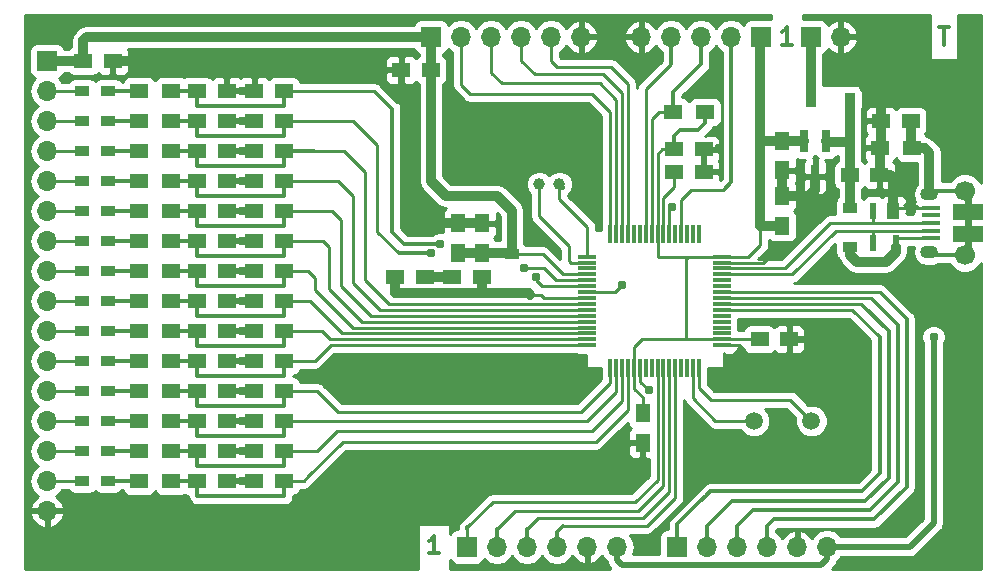
<source format=gbr>
G04 #@! TF.FileFunction,Copper,L1,Top,Signal*
%FSLAX46Y46*%
G04 Gerber Fmt 4.6, Leading zero omitted, Abs format (unit mm)*
G04 Created by KiCad (PCBNEW 4.0.7-e2-6376~61~ubuntu18.04.1) date Thu Jul 26 12:06:53 2018*
%MOMM*%
%LPD*%
G01*
G04 APERTURE LIST*
%ADD10C,0.100000*%
%ADD11C,0.300000*%
%ADD12C,1.500000*%
%ADD13R,1.500000X0.300000*%
%ADD14R,0.300000X1.500000*%
%ADD15R,1.700000X1.700000*%
%ADD16O,1.700000X1.700000*%
%ADD17R,1.500000X1.250000*%
%ADD18R,1.250000X1.500000*%
%ADD19C,1.000000*%
%ADD20R,0.600000X0.700000*%
%ADD21R,1.000000X0.700000*%
%ADD22R,1.200000X0.900000*%
%ADD23R,1.650000X0.400000*%
%ADD24O,1.500000X1.100000*%
%ADD25C,1.700000*%
%ADD26R,2.500000X1.425000*%
%ADD27R,1.500000X1.300000*%
%ADD28R,0.800000X1.900000*%
%ADD29R,0.900000X1.200000*%
%ADD30C,0.790000*%
%ADD31C,0.254000*%
%ADD32C,0.304800*%
%ADD33C,0.508000*%
%ADD34C,0.812800*%
%ADD35C,0.406400*%
%ADD36C,0.457200*%
%ADD37C,0.177800*%
%ADD38C,0.609600*%
%ADD39C,0.355600*%
G04 APERTURE END LIST*
D10*
D11*
X-92122571Y-59122571D02*
X-91265428Y-59122571D01*
X-91693999Y-60622571D02*
X-91693999Y-59122571D01*
X-104600428Y-60622571D02*
X-105457571Y-60622571D01*
X-105028999Y-60622571D02*
X-105028999Y-59122571D01*
X-105171856Y-59336857D01*
X-105314714Y-59479714D01*
X-105457571Y-59551143D01*
X-134445428Y-103675571D02*
X-135302571Y-103675571D01*
X-134873999Y-103675571D02*
X-134873999Y-102175571D01*
X-135016856Y-102389857D01*
X-135159714Y-102532714D01*
X-135302571Y-102604143D01*
D12*
X-102920800Y-92456000D03*
X-107800800Y-92456000D03*
D13*
X-121905000Y-78546000D03*
X-121905000Y-79046000D03*
X-121905000Y-79546000D03*
X-121905000Y-80046000D03*
X-121905000Y-80546000D03*
X-121905000Y-81046000D03*
X-121905000Y-81546000D03*
X-121905000Y-82046000D03*
X-121905000Y-82546000D03*
X-121905000Y-83046000D03*
X-121905000Y-83546000D03*
X-121905000Y-84046000D03*
X-121905000Y-84546000D03*
X-121905000Y-85046000D03*
X-121905000Y-85546000D03*
X-121905000Y-86046000D03*
D14*
X-119955000Y-87996000D03*
X-119455000Y-87996000D03*
X-118955000Y-87996000D03*
X-118455000Y-87996000D03*
X-117955000Y-87996000D03*
X-117455000Y-87996000D03*
X-116955000Y-87996000D03*
X-116455000Y-87996000D03*
X-115955000Y-87996000D03*
X-115455000Y-87996000D03*
X-114955000Y-87996000D03*
X-114455000Y-87996000D03*
X-113955000Y-87996000D03*
X-113455000Y-87996000D03*
X-112955000Y-87996000D03*
X-112455000Y-87996000D03*
D13*
X-110505000Y-86046000D03*
X-110505000Y-85546000D03*
X-110505000Y-85046000D03*
X-110505000Y-84546000D03*
X-110505000Y-84046000D03*
X-110505000Y-83546000D03*
X-110505000Y-83046000D03*
X-110505000Y-82546000D03*
X-110505000Y-82046000D03*
X-110505000Y-81546000D03*
X-110505000Y-81046000D03*
X-110505000Y-80546000D03*
X-110505000Y-80046000D03*
X-110505000Y-79546000D03*
X-110505000Y-79046000D03*
X-110505000Y-78546000D03*
D14*
X-112455000Y-76596000D03*
X-112955000Y-76596000D03*
X-113455000Y-76596000D03*
X-113955000Y-76596000D03*
X-114455000Y-76596000D03*
X-114955000Y-76596000D03*
X-115455000Y-76596000D03*
X-115955000Y-76596000D03*
X-116455000Y-76596000D03*
X-116955000Y-76596000D03*
X-117455000Y-76596000D03*
X-117955000Y-76596000D03*
X-118455000Y-76596000D03*
X-118955000Y-76596000D03*
X-119455000Y-76596000D03*
X-119955000Y-76596000D03*
D15*
X-167640000Y-61976000D03*
D16*
X-167640000Y-64516000D03*
X-167640000Y-67056000D03*
X-167640000Y-69596000D03*
X-167640000Y-72136000D03*
X-167640000Y-74676000D03*
X-167640000Y-77216000D03*
X-167640000Y-79756000D03*
X-167640000Y-82296000D03*
X-167640000Y-84836000D03*
X-167640000Y-87376000D03*
X-167640000Y-89916000D03*
X-167640000Y-92456000D03*
X-167640000Y-94996000D03*
X-167640000Y-97536000D03*
X-167640000Y-100076000D03*
D17*
X-114534000Y-69469000D03*
X-112034000Y-69469000D03*
D18*
X-132842000Y-78212000D03*
X-132842000Y-75712000D03*
D19*
X-125958600Y-72390000D03*
X-124258600Y-72390000D03*
D18*
X-105410000Y-68727000D03*
X-105410000Y-71227000D03*
X-117221000Y-91815600D03*
X-117221000Y-94315600D03*
D17*
X-99675000Y-71628000D03*
X-97175000Y-71628000D03*
X-107320400Y-85547200D03*
X-104820400Y-85547200D03*
X-94508000Y-67056000D03*
X-97008000Y-67056000D03*
X-147594000Y-64516000D03*
X-150094000Y-64516000D03*
X-154920000Y-67056000D03*
X-152420000Y-67056000D03*
X-154920000Y-69596000D03*
X-152420000Y-69596000D03*
X-147594000Y-72136000D03*
X-150094000Y-72136000D03*
X-147594000Y-74676000D03*
X-150094000Y-74676000D03*
X-154920000Y-77216000D03*
X-152420000Y-77216000D03*
X-154920000Y-79756000D03*
X-152420000Y-79756000D03*
X-147594000Y-82296000D03*
X-150094000Y-82296000D03*
X-114534000Y-71374000D03*
X-112034000Y-71374000D03*
X-138156000Y-80264000D03*
X-135656000Y-80264000D03*
X-130830000Y-80264000D03*
X-133330000Y-80264000D03*
D18*
X-130810000Y-78212000D03*
X-130810000Y-75712000D03*
D17*
X-154920000Y-64516000D03*
X-152420000Y-64516000D03*
X-147594000Y-67056000D03*
X-150094000Y-67056000D03*
X-147594000Y-69596000D03*
X-150094000Y-69596000D03*
X-154920000Y-72136000D03*
X-152420000Y-72136000D03*
X-154920000Y-74676000D03*
X-152420000Y-74676000D03*
X-147594000Y-77216000D03*
X-150094000Y-77216000D03*
X-147594000Y-79756000D03*
X-150094000Y-79756000D03*
X-154920000Y-82296000D03*
X-152420000Y-82296000D03*
D20*
X-97678600Y-77708200D03*
X-95778600Y-77708200D03*
X-97678600Y-74308200D03*
D21*
X-95978600Y-74308200D03*
X-95978600Y-75008200D03*
D20*
X-97678600Y-75008200D03*
X-97678600Y-77008200D03*
X-95778600Y-77008200D03*
D22*
X-162476000Y-64516000D03*
X-164676000Y-64516000D03*
X-162476000Y-67056000D03*
X-164676000Y-67056000D03*
X-162476000Y-69596000D03*
X-164676000Y-69596000D03*
X-162476000Y-72136000D03*
X-164676000Y-72136000D03*
X-162476000Y-74676000D03*
X-164676000Y-74676000D03*
X-162476000Y-77216000D03*
X-164676000Y-77216000D03*
X-162476000Y-79756000D03*
X-164676000Y-79756000D03*
X-162476000Y-82296000D03*
X-164676000Y-82296000D03*
D23*
X-92813000Y-76992000D03*
X-92813000Y-76342000D03*
X-92813000Y-75692900D03*
X-92813000Y-75042000D03*
X-92813000Y-74392000D03*
D24*
X-92938000Y-78117000D03*
X-92938000Y-73267000D03*
D25*
X-89938000Y-78417000D03*
X-89938000Y-72967000D03*
D26*
X-89688000Y-76654500D03*
X-89688000Y-74729500D03*
D27*
X-94408000Y-69342000D03*
X-97108000Y-69342000D03*
X-157146000Y-64516000D03*
X-159846000Y-64516000D03*
X-157146000Y-67056000D03*
X-159846000Y-67056000D03*
X-157146000Y-69596000D03*
X-159846000Y-69596000D03*
X-157146000Y-72136000D03*
X-159846000Y-72136000D03*
X-157146000Y-74676000D03*
X-159846000Y-74676000D03*
X-157146000Y-77216000D03*
X-159846000Y-77216000D03*
X-157146000Y-79756000D03*
X-159846000Y-79756000D03*
X-157146000Y-82296000D03*
X-159846000Y-82296000D03*
X-111934000Y-66294000D03*
X-114634000Y-66294000D03*
D28*
X-101666000Y-68731000D03*
X-103566000Y-68731000D03*
X-102616000Y-71731000D03*
D15*
X-102997000Y-59944000D03*
D16*
X-100457000Y-59944000D03*
D22*
X-128270000Y-78360000D03*
X-128270000Y-81660000D03*
D18*
X-105410000Y-75926000D03*
X-105410000Y-73426000D03*
D29*
X-99696000Y-65278000D03*
X-102996000Y-65278000D03*
D22*
X-99669600Y-74423000D03*
X-99669600Y-77723000D03*
D17*
X-135148000Y-62738000D03*
X-137648000Y-62738000D03*
X-164572000Y-61976000D03*
X-162072000Y-61976000D03*
D27*
X-157146000Y-84836000D03*
X-159846000Y-84836000D03*
X-157146000Y-87376000D03*
X-159846000Y-87376000D03*
X-157146000Y-89916000D03*
X-159846000Y-89916000D03*
X-157146000Y-92456000D03*
X-159846000Y-92456000D03*
X-157146000Y-94996000D03*
X-159846000Y-94996000D03*
D17*
X-154920000Y-84836000D03*
X-152420000Y-84836000D03*
X-154920000Y-87376000D03*
X-152420000Y-87376000D03*
X-147594000Y-84836000D03*
X-150094000Y-84836000D03*
X-147594000Y-87376000D03*
X-150094000Y-87376000D03*
X-154920000Y-89916000D03*
X-152420000Y-89916000D03*
X-154920000Y-92456000D03*
X-152420000Y-92456000D03*
X-154920000Y-94996000D03*
X-152420000Y-94996000D03*
X-147594000Y-89916000D03*
X-150094000Y-89916000D03*
X-147594000Y-92456000D03*
X-150094000Y-92456000D03*
X-147594000Y-94996000D03*
X-150094000Y-94996000D03*
D22*
X-162476000Y-84836000D03*
X-164676000Y-84836000D03*
X-162476000Y-87376000D03*
X-164676000Y-87376000D03*
X-162476000Y-89916000D03*
X-164676000Y-89916000D03*
X-162476000Y-92456000D03*
X-164676000Y-92456000D03*
X-162476000Y-94996000D03*
X-164676000Y-94996000D03*
D15*
X-114300000Y-103124000D03*
D16*
X-111760000Y-103124000D03*
X-109220000Y-103124000D03*
X-106680000Y-103124000D03*
X-104140000Y-103124000D03*
X-101600000Y-103124000D03*
D17*
X-154920000Y-97536000D03*
X-152420000Y-97536000D03*
X-147594000Y-97536000D03*
X-150094000Y-97536000D03*
D22*
X-162476000Y-97536000D03*
X-164676000Y-97536000D03*
D27*
X-157146000Y-97536000D03*
X-159846000Y-97536000D03*
D15*
X-132080000Y-103124000D03*
D16*
X-129540000Y-103124000D03*
X-127000000Y-103124000D03*
X-124460000Y-103124000D03*
X-121920000Y-103124000D03*
X-119380000Y-103124000D03*
D15*
X-135128000Y-59944000D03*
D16*
X-132588000Y-59944000D03*
X-130048000Y-59944000D03*
X-127508000Y-59944000D03*
X-124968000Y-59944000D03*
X-122428000Y-59944000D03*
D15*
X-107188000Y-59944000D03*
D16*
X-109728000Y-59944000D03*
X-112268000Y-59944000D03*
X-114808000Y-59944000D03*
X-117348000Y-59944000D03*
D30*
X-107264200Y-75926000D03*
X-92583000Y-85344000D03*
X-101625400Y-79781400D03*
X-145211800Y-88773000D03*
X-130810000Y-89230200D03*
X-89509600Y-103886000D03*
X-94742000Y-100812600D03*
X-116814600Y-102971600D03*
X-112928400Y-97942400D03*
X-99339400Y-96799400D03*
X-102539800Y-74574400D03*
X-102539800Y-85699600D03*
X-118973600Y-80975200D03*
X-119151400Y-94361000D03*
X-106273600Y-78333600D03*
X-114706400Y-74345800D03*
X-116713000Y-89865200D03*
X-108889800Y-87172800D03*
X-110744000Y-69342000D03*
X-151130000Y-97536000D03*
X-136652000Y-104013000D03*
X-151003000Y-104013000D03*
X-160020000Y-61976000D03*
X-167640000Y-59563000D03*
X-134366000Y-75692000D03*
X-127000000Y-75692000D03*
X-133604000Y-64897000D03*
X-137287000Y-64770000D03*
X-134366000Y-80264000D03*
X-151130000Y-64516000D03*
X-151130000Y-94996000D03*
X-151130000Y-92456000D03*
X-151130000Y-89916000D03*
X-151130000Y-87376000D03*
X-151130000Y-84836000D03*
X-151130000Y-82296000D03*
X-151130000Y-79756000D03*
X-151130000Y-77216000D03*
X-151130000Y-74676000D03*
X-151130000Y-69596000D03*
X-151130000Y-72136000D03*
X-151130000Y-67056000D03*
X-97028000Y-64008000D03*
X-134366000Y-77470000D03*
X-127254000Y-79502000D03*
X-126206000Y-80296000D03*
X-135128000Y-78275259D03*
X-126746000Y-81788000D03*
D31*
X-113538000Y-84709000D02*
X-113538000Y-85546000D01*
X-113538000Y-85546000D02*
X-113538000Y-85547200D01*
X-113538000Y-85547200D02*
X-113538000Y-85546000D01*
X-110505000Y-85546000D02*
X-113538000Y-85546000D01*
X-113538000Y-85546000D02*
X-117296000Y-85546000D01*
X-117296000Y-85546000D02*
X-117955000Y-86205000D01*
X-117221000Y-91815600D02*
X-117221000Y-90449400D01*
X-117221000Y-90449400D02*
X-117955000Y-89715400D01*
X-115955000Y-76596000D02*
X-115955000Y-78546000D01*
X-110505000Y-78546000D02*
X-115955000Y-78546000D01*
X-117955000Y-87996000D02*
X-117955000Y-89715400D01*
X-110505000Y-85546000D02*
X-107321600Y-85546000D01*
X-107321600Y-85546000D02*
X-107320400Y-85547200D01*
X-107264200Y-75926000D02*
X-107264200Y-77520800D01*
X-110505000Y-78546000D02*
X-108289400Y-78546000D01*
X-107264200Y-77520800D02*
X-108289400Y-78546000D01*
X-115955000Y-76596000D02*
X-115955000Y-69879400D01*
X-115544600Y-69469000D02*
X-114534000Y-69469000D01*
X-115955000Y-69879400D02*
X-115544600Y-69469000D01*
X-110505000Y-78546000D02*
X-113376400Y-78546000D01*
X-113538000Y-78707600D02*
X-113538000Y-79451200D01*
X-113538000Y-79451200D02*
X-113538000Y-81965800D01*
X-113538000Y-81965800D02*
X-113538000Y-84709000D01*
X-113376400Y-78546000D02*
X-113538000Y-78707600D01*
X-117955000Y-86205000D02*
X-117955000Y-87996000D01*
D32*
X-114534000Y-69469000D02*
X-114534000Y-68306000D01*
X-114534000Y-68306000D02*
X-114046000Y-67818000D01*
X-114046000Y-67818000D02*
X-112522000Y-67818000D01*
X-112522000Y-67818000D02*
X-111934000Y-67230000D01*
X-111934000Y-67230000D02*
X-111934000Y-66294000D01*
X-114634000Y-69369000D02*
X-114534000Y-69469000D01*
D33*
X-102997000Y-104648000D02*
X-102108000Y-104648000D01*
X-101600000Y-104140000D02*
X-101600000Y-103124000D01*
X-102108000Y-104648000D02*
X-101600000Y-104140000D01*
X-119380000Y-103124000D02*
X-119380000Y-104267000D01*
X-118999000Y-104648000D02*
X-102997000Y-104648000D01*
X-119380000Y-104267000D02*
X-118999000Y-104648000D01*
X-101600000Y-103124000D02*
X-94615000Y-103124000D01*
X-92583000Y-101092000D02*
X-92583000Y-85344000D01*
X-94615000Y-103124000D02*
X-92583000Y-101092000D01*
D34*
X-105410000Y-75926000D02*
X-107264200Y-75926000D01*
X-107264200Y-75926000D02*
X-107315000Y-75926000D01*
X-107315000Y-75926000D02*
X-107315000Y-68580000D01*
D33*
X-119380000Y-103124000D02*
X-119380000Y-103251000D01*
X-101600000Y-103759000D02*
X-101600000Y-103124000D01*
D34*
X-107315000Y-68580000D02*
X-107315000Y-59817000D01*
X-107315000Y-59817000D02*
X-107188000Y-59944000D01*
D35*
X-107014000Y-59262000D02*
X-107188000Y-59436000D01*
X-107141000Y-59389000D02*
X-107188000Y-59436000D01*
D34*
X-107315000Y-68707000D02*
X-107315000Y-68580000D01*
X-107295000Y-68727000D02*
X-105410000Y-68727000D01*
X-107315000Y-68707000D02*
X-107295000Y-68727000D01*
X-103566000Y-68731000D02*
X-105406000Y-68731000D01*
X-105406000Y-68731000D02*
X-105410000Y-68727000D01*
D36*
X-105780000Y-76296000D02*
X-105410000Y-75926000D01*
X-105415600Y-75931600D02*
X-105410000Y-75926000D01*
D34*
X-105456000Y-68773000D02*
X-105410000Y-68727000D01*
D35*
X-105415600Y-75931600D02*
X-105410000Y-75926000D01*
D32*
X-111887000Y-66247000D02*
X-111934000Y-66294000D01*
D33*
X-143713200Y-88315800D02*
X-144754600Y-88315800D01*
X-144754600Y-88315800D02*
X-145211800Y-88773000D01*
X-130810000Y-89230200D02*
X-129336800Y-89230200D01*
X-89916000Y-103581200D02*
X-89814400Y-103581200D01*
X-89814400Y-103581200D02*
X-89509600Y-103886000D01*
X-94107000Y-100380800D02*
X-94310200Y-100380800D01*
X-94310200Y-100380800D02*
X-94742000Y-100812600D01*
X-112852200Y-97713800D02*
X-112852200Y-97866200D01*
X-112852200Y-97866200D02*
X-112928400Y-97942400D01*
X-102616000Y-71731000D02*
X-102616000Y-74498200D01*
X-102616000Y-74498200D02*
X-102539800Y-74574400D01*
X-104820400Y-85547200D02*
X-102692200Y-85547200D01*
X-102692200Y-85547200D02*
X-102539800Y-85699600D01*
D31*
X-121905000Y-81546000D02*
X-119544400Y-81546000D01*
X-119544400Y-81546000D02*
X-118973600Y-80975200D01*
X-117221000Y-94315600D02*
X-119106000Y-94315600D01*
X-119106000Y-94315600D02*
X-119151400Y-94361000D01*
D34*
X-105410000Y-73426000D02*
X-103530400Y-73426000D01*
X-103530400Y-74650600D02*
X-103505000Y-74676000D01*
X-103530400Y-73426000D02*
X-103530400Y-74650600D01*
D36*
X-105410000Y-73426000D02*
X-103505000Y-73426000D01*
X-103505000Y-74676000D02*
X-103505000Y-73426000D01*
D31*
X-110505000Y-79046000D02*
X-106986000Y-79046000D01*
X-106986000Y-79046000D02*
X-106273600Y-78333600D01*
X-114955000Y-76596000D02*
X-114955000Y-74594400D01*
X-114955000Y-74594400D02*
X-114706400Y-74345800D01*
X-117455000Y-87996000D02*
X-117455000Y-89123200D01*
X-117455000Y-89123200D02*
X-116713000Y-89865200D01*
X-110505000Y-86046000D02*
X-109000600Y-86046000D01*
X-108889800Y-86156800D02*
X-108889800Y-87172800D01*
X-109000600Y-86046000D02*
X-108889800Y-86156800D01*
D36*
X-111526000Y-69469000D02*
X-110764000Y-69362000D01*
X-110764000Y-69362000D02*
X-110744000Y-69342000D01*
D32*
X-150348000Y-97536000D02*
X-151130000Y-97536000D01*
D35*
X-151003000Y-104013000D02*
X-136652000Y-104013000D01*
D34*
X-162072000Y-61976000D02*
X-160020000Y-61976000D01*
X-134366000Y-75692000D02*
X-132842000Y-75692000D01*
D33*
X-137648000Y-62738000D02*
X-137648000Y-64409000D01*
X-137648000Y-64409000D02*
X-137287000Y-64770000D01*
D34*
X-133330000Y-80264000D02*
X-134366000Y-80264000D01*
X-135656000Y-80264000D02*
X-133330000Y-80264000D01*
D32*
X-150094000Y-64516000D02*
X-151130000Y-64516000D01*
X-150348000Y-97536000D02*
X-151384000Y-97536000D01*
X-150094000Y-94996000D02*
X-151130000Y-94996000D01*
X-150094000Y-92456000D02*
X-151130000Y-92456000D01*
X-150094000Y-89916000D02*
X-151130000Y-89916000D01*
X-150094000Y-87376000D02*
X-151130000Y-87376000D01*
X-150094000Y-84836000D02*
X-151130000Y-84836000D01*
X-150094000Y-82296000D02*
X-151130000Y-82296000D01*
X-150094000Y-79756000D02*
X-151130000Y-79756000D01*
X-150094000Y-77216000D02*
X-151130000Y-77216000D01*
X-150094000Y-77216000D02*
X-152420000Y-77216000D01*
X-150094000Y-74676000D02*
X-151130000Y-74676000D01*
X-150094000Y-74676000D02*
X-152420000Y-74676000D01*
X-152420000Y-69596000D02*
X-151130000Y-69596000D01*
X-150094000Y-72136000D02*
X-151130000Y-72136000D01*
X-150094000Y-72136000D02*
X-152420000Y-72136000D01*
X-150094000Y-67056000D02*
X-151130000Y-67056000D01*
D34*
X-132842000Y-75712000D02*
X-130810000Y-75712000D01*
X-105410000Y-71227000D02*
X-105410000Y-73426000D01*
X-102616000Y-71731000D02*
X-102616000Y-72898000D01*
X-103144000Y-73426000D02*
X-105410000Y-73426000D01*
X-102616000Y-72898000D02*
X-103144000Y-73426000D01*
X-95978600Y-74308200D02*
X-95978600Y-71915400D01*
X-96266000Y-71628000D02*
X-97175000Y-71628000D01*
X-95978600Y-71915400D02*
X-96266000Y-71628000D01*
D37*
X-95978600Y-75008200D02*
X-95978600Y-74308200D01*
D34*
X-97108000Y-69342000D02*
X-97108000Y-71561000D01*
X-97108000Y-71561000D02*
X-97175000Y-71628000D01*
X-97008000Y-67056000D02*
X-97008000Y-69242000D01*
X-97008000Y-69242000D02*
X-97108000Y-69342000D01*
D31*
X-92813000Y-74392000D02*
X-95894800Y-74392000D01*
X-95894800Y-74392000D02*
X-95978600Y-74308200D01*
D36*
X-102826000Y-71521000D02*
X-102616000Y-71731000D01*
D34*
X-97028000Y-64008000D02*
X-97028000Y-67036000D01*
X-97028000Y-67036000D02*
X-97008000Y-67056000D01*
D38*
X-97108000Y-67156000D02*
X-97008000Y-67056000D01*
X-97175000Y-69409000D02*
X-97108000Y-69342000D01*
D32*
X-95894800Y-74392000D02*
X-95978600Y-74308200D01*
X-95978600Y-74308200D02*
X-95978600Y-75008200D01*
D31*
X-128270000Y-78360000D02*
X-125652800Y-78360000D01*
X-125652800Y-78360000D02*
X-123966800Y-80046000D01*
X-121905000Y-80046000D02*
X-123966800Y-80046000D01*
D38*
X-135148000Y-62738000D02*
X-135148000Y-59964000D01*
X-135148000Y-59964000D02*
X-135128000Y-59944000D01*
D34*
X-135128000Y-59944000D02*
X-163703000Y-59944000D01*
X-163703000Y-59944000D02*
X-164298000Y-59944000D01*
X-164298000Y-59944000D02*
X-164572000Y-60218000D01*
X-135128000Y-59944000D02*
X-135128000Y-72136000D01*
X-135128000Y-72136000D02*
X-133858000Y-73406000D01*
X-129540000Y-73406000D02*
X-133858000Y-73406000D01*
X-128270000Y-78360000D02*
X-128270000Y-74676000D01*
X-128270000Y-74676000D02*
X-129540000Y-73406000D01*
X-164572000Y-60218000D02*
X-164572000Y-61976000D01*
X-164572000Y-61976000D02*
X-164572000Y-60218000D01*
X-164572000Y-61976000D02*
X-167640000Y-61976000D01*
D35*
X-132842000Y-78212000D02*
X-130810000Y-78212000D01*
D34*
X-132842000Y-78212000D02*
X-128418000Y-78212000D01*
X-128418000Y-78212000D02*
X-128270000Y-78360000D01*
X-99669600Y-77723000D02*
X-99669600Y-78384400D01*
X-95778600Y-78125600D02*
X-95778600Y-77708200D01*
X-96647000Y-78994000D02*
X-95778600Y-78125600D01*
X-99060000Y-78994000D02*
X-96647000Y-78994000D01*
X-99669600Y-78384400D02*
X-99060000Y-78994000D01*
D31*
X-92813000Y-76992000D02*
X-95762400Y-76992000D01*
X-95762400Y-76992000D02*
X-95778600Y-77008200D01*
X-95778600Y-77008200D02*
X-95778600Y-77708200D01*
D32*
X-95762400Y-76992000D02*
X-95778600Y-77008200D01*
X-95778600Y-77008200D02*
X-95778600Y-77708200D01*
D34*
X-99669600Y-74423000D02*
X-99669600Y-71633400D01*
X-99669600Y-71633400D02*
X-99675000Y-71628000D01*
X-99675000Y-68834000D02*
X-101563000Y-68834000D01*
X-101563000Y-68834000D02*
X-101666000Y-68731000D01*
X-99675000Y-71628000D02*
X-99675000Y-68834000D01*
X-99675000Y-68834000D02*
X-99675000Y-65299000D01*
X-99675000Y-65299000D02*
X-99696000Y-65278000D01*
D38*
X-99822000Y-71775000D02*
X-99675000Y-71628000D01*
D34*
X-92938000Y-73267000D02*
X-92938000Y-69749000D01*
X-93345000Y-69342000D02*
X-94408000Y-69342000D01*
X-92938000Y-69749000D02*
X-93345000Y-69342000D01*
X-94508000Y-67056000D02*
X-94508000Y-69242000D01*
X-94508000Y-69242000D02*
X-94408000Y-69342000D01*
D38*
X-89688000Y-74729500D02*
X-89688000Y-73217000D01*
X-89688000Y-73217000D02*
X-89938000Y-72967000D01*
X-89688000Y-76654500D02*
X-89688000Y-78167000D01*
X-89688000Y-78167000D02*
X-89938000Y-78417000D01*
X-89688000Y-74729500D02*
X-89688000Y-76654500D01*
X-92938000Y-73267000D02*
X-92938000Y-73051000D01*
X-94408000Y-67156000D02*
X-94508000Y-67056000D01*
D32*
X-89938000Y-78417000D02*
X-92638000Y-78417000D01*
X-92638000Y-78417000D02*
X-92938000Y-78117000D01*
X-89938000Y-72967000D02*
X-92638000Y-72967000D01*
X-92638000Y-72967000D02*
X-92938000Y-73267000D01*
D31*
X-127254000Y-79502000D02*
X-125577600Y-79502000D01*
X-124533600Y-80546000D02*
X-121905000Y-80546000D01*
X-125577600Y-79502000D02*
X-124533600Y-80546000D01*
X-147594000Y-64516000D02*
X-139954000Y-64516000D01*
D32*
X-134366000Y-77470000D02*
X-136906000Y-77470000D01*
X-138430000Y-76454000D02*
X-137414000Y-77470000D01*
X-138430000Y-66040000D02*
X-138430000Y-76454000D01*
X-137414000Y-77470000D02*
X-136906000Y-77470000D01*
D31*
X-139954000Y-64516000D02*
X-138430000Y-66040000D01*
D32*
X-127248000Y-79496000D02*
X-127254000Y-79502000D01*
D35*
X-127248000Y-79496000D02*
X-127254000Y-79502000D01*
D32*
X-154920000Y-64516000D02*
X-154920000Y-65766000D01*
X-147594000Y-65766000D02*
X-147594000Y-64516000D01*
X-147574000Y-65786000D02*
X-147594000Y-65766000D01*
X-154900000Y-65786000D02*
X-147574000Y-65786000D01*
X-154920000Y-65766000D02*
X-154900000Y-65786000D01*
X-157146000Y-64516000D02*
X-154920000Y-64516000D01*
D34*
X-154706000Y-64516000D02*
X-154686000Y-64536000D01*
D39*
X-157226000Y-64536000D02*
X-157206000Y-64516000D01*
D31*
X-126206000Y-80296000D02*
X-126206000Y-80550000D01*
X-125710000Y-81046000D02*
X-121905000Y-81046000D01*
X-126206000Y-80550000D02*
X-125710000Y-81046000D01*
X-141732000Y-67056000D02*
X-139700000Y-69088000D01*
X-139700000Y-76454000D02*
X-137878741Y-78275259D01*
X-139700000Y-69088000D02*
X-139700000Y-76454000D01*
X-137878741Y-78275259D02*
X-137711259Y-78275259D01*
X-137668000Y-78232000D02*
X-137668000Y-78275259D01*
X-137711259Y-78275259D02*
X-137668000Y-78232000D01*
X-147594000Y-67056000D02*
X-141732000Y-67056000D01*
D32*
X-135128000Y-78275259D02*
X-137668000Y-78275259D01*
X-137668000Y-78275259D02*
X-137878741Y-78275259D01*
X-135128000Y-78275259D02*
X-135128000Y-78275259D01*
X-154920000Y-67056000D02*
X-154920000Y-68306000D01*
X-147594000Y-68306000D02*
X-147594000Y-67056000D01*
X-147574000Y-68326000D02*
X-147594000Y-68306000D01*
X-154900000Y-68326000D02*
X-147574000Y-68326000D01*
X-154920000Y-68306000D02*
X-154900000Y-68326000D01*
X-157146000Y-67056000D02*
X-154920000Y-67056000D01*
D31*
X-123647200Y-82546000D02*
X-138688000Y-82546000D01*
X-138688000Y-82546000D02*
X-139192000Y-82042000D01*
X-121905000Y-82546000D02*
X-123647200Y-82546000D01*
X-142494000Y-69596000D02*
X-147594000Y-69596000D01*
X-142494000Y-69596000D02*
X-140716000Y-71374000D01*
X-140716000Y-71374000D02*
X-140716000Y-80518000D01*
X-140716000Y-80518000D02*
X-139192000Y-82042000D01*
D32*
X-147594000Y-69596000D02*
X-145034000Y-69596000D01*
X-147594000Y-70846000D02*
X-147594000Y-69596000D01*
X-154900000Y-70866000D02*
X-147574000Y-70866000D01*
X-147574000Y-70866000D02*
X-147594000Y-70846000D01*
X-154920000Y-69596000D02*
X-157146000Y-69596000D01*
X-154920000Y-70846000D02*
X-154900000Y-70866000D01*
X-154920000Y-69596000D02*
X-154920000Y-70846000D01*
D31*
X-121905000Y-83046000D02*
X-139458000Y-83046000D01*
X-139458000Y-83046000D02*
X-141732000Y-80772000D01*
X-141732000Y-80772000D02*
X-141732000Y-73406000D01*
X-141732000Y-73406000D02*
X-143002000Y-72136000D01*
X-143002000Y-72136000D02*
X-147594000Y-72136000D01*
X-143002000Y-72136000D02*
X-147594000Y-72136000D01*
D32*
X-154920000Y-72136000D02*
X-154920000Y-73386000D01*
X-154920000Y-73386000D02*
X-154900000Y-73406000D01*
X-154900000Y-73406000D02*
X-147574000Y-73406000D01*
X-147574000Y-73406000D02*
X-147594000Y-73386000D01*
X-147594000Y-73386000D02*
X-147594000Y-72136000D01*
X-154920000Y-72136000D02*
X-157146000Y-72136000D01*
D31*
X-121905000Y-83546000D02*
X-140228000Y-83546000D01*
X-140228000Y-83546000D02*
X-142748000Y-81026000D01*
X-142748000Y-81026000D02*
X-142748000Y-75438000D01*
X-123373200Y-83540600D02*
X-121910400Y-83540600D01*
X-121910400Y-83540600D02*
X-121905000Y-83546000D01*
X-123373200Y-83540600D02*
X-123373200Y-83546000D01*
X-121905000Y-83546000D02*
X-123373200Y-83546000D01*
X-123373200Y-83546000D02*
X-123373200Y-83546000D01*
X-142748000Y-75438000D02*
X-143510000Y-74676000D01*
X-143510000Y-74676000D02*
X-147594000Y-74676000D01*
X-143510000Y-74676000D02*
X-142748000Y-75438000D01*
X-143510000Y-74676000D02*
X-142748000Y-75438000D01*
D32*
X-154920000Y-74676000D02*
X-154920000Y-75926000D01*
X-147594000Y-75926000D02*
X-147594000Y-74676000D01*
X-147574000Y-75946000D02*
X-147594000Y-75926000D01*
X-154900000Y-75946000D02*
X-147574000Y-75946000D01*
X-154920000Y-75926000D02*
X-154900000Y-75946000D01*
X-154920000Y-74676000D02*
X-157146000Y-74676000D01*
D31*
X-121905000Y-84046000D02*
X-140998000Y-84046000D01*
X-140998000Y-84046000D02*
X-143764000Y-81280000D01*
X-143764000Y-81153000D02*
X-143764000Y-81280000D01*
X-147594000Y-77216000D02*
X-144272000Y-77216000D01*
X-144272000Y-77216000D02*
X-143764000Y-77724000D01*
X-143764000Y-81153000D02*
X-143764000Y-77724000D01*
D32*
X-154920000Y-77216000D02*
X-154920000Y-78466000D01*
X-147594000Y-78466000D02*
X-147594000Y-77216000D01*
X-147574000Y-78486000D02*
X-147594000Y-78466000D01*
X-154900000Y-78486000D02*
X-147574000Y-78486000D01*
X-154920000Y-78466000D02*
X-154900000Y-78486000D01*
X-157146000Y-77216000D02*
X-154920000Y-77216000D01*
D31*
X-147594000Y-79756000D02*
X-145542000Y-79756000D01*
X-144957800Y-81407000D02*
X-144957800Y-81356200D01*
X-144932400Y-81381600D02*
X-144957800Y-81407000D01*
X-144932400Y-80365600D02*
X-144932400Y-81381600D01*
X-145542000Y-79756000D02*
X-144932400Y-80365600D01*
X-121905000Y-84546000D02*
X-141768000Y-84546000D01*
X-141768000Y-84546000D02*
X-144957800Y-81356200D01*
D32*
X-147574000Y-79776000D02*
X-147574000Y-81026000D01*
X-154920000Y-81006000D02*
X-154900000Y-81026000D01*
X-154900000Y-81026000D02*
X-147574000Y-81026000D01*
X-154920000Y-81006000D02*
X-154920000Y-79756000D01*
X-147574000Y-79776000D02*
X-147594000Y-79756000D01*
X-154920000Y-79756000D02*
X-157146000Y-79756000D01*
D31*
X-121905000Y-85046000D02*
X-142665000Y-85046000D01*
X-142665000Y-85046000D02*
X-145415000Y-82296000D01*
X-145796000Y-82296000D02*
X-145415000Y-82296000D01*
X-145923000Y-82296000D02*
X-145796000Y-82296000D01*
X-147594000Y-82296000D02*
X-145923000Y-82296000D01*
D32*
X-154920000Y-82296000D02*
X-154920000Y-83546000D01*
X-147594000Y-83546000D02*
X-147594000Y-82296000D01*
X-147574000Y-83566000D02*
X-147594000Y-83546000D01*
X-154900000Y-83566000D02*
X-147574000Y-83566000D01*
X-154920000Y-83546000D02*
X-154900000Y-83566000D01*
X-154920000Y-82296000D02*
X-157146000Y-82296000D01*
D31*
X-115455000Y-76596000D02*
X-115455000Y-73595800D01*
X-114534000Y-72674800D02*
X-114534000Y-71374000D01*
X-115455000Y-73595800D02*
X-114534000Y-72674800D01*
X-112455000Y-87996000D02*
X-112455000Y-89652800D01*
X-104724200Y-90652600D02*
X-102920800Y-92456000D01*
X-111455200Y-90652600D02*
X-104724200Y-90652600D01*
X-112455000Y-89652800D02*
X-111455200Y-90652600D01*
X-112955000Y-87996000D02*
X-112955000Y-90549800D01*
X-111048800Y-92456000D02*
X-107800800Y-92456000D01*
X-112955000Y-90549800D02*
X-111048800Y-92456000D01*
X-121905000Y-82046000D02*
X-125599000Y-82046000D01*
X-125857000Y-81788000D02*
X-126746000Y-81788000D01*
X-125599000Y-82046000D02*
X-125857000Y-81788000D01*
D34*
X-138156000Y-80264000D02*
X-138156000Y-81660000D01*
X-138176000Y-81534000D02*
X-138176000Y-81660000D01*
X-138176000Y-81640000D02*
X-138176000Y-81534000D01*
X-138156000Y-81660000D02*
X-138176000Y-81640000D01*
X-130810000Y-81660000D02*
X-138176000Y-81660000D01*
X-128270000Y-81660000D02*
X-126874000Y-81660000D01*
X-126874000Y-81660000D02*
X-126746000Y-81788000D01*
X-128270000Y-81660000D02*
X-130810000Y-81660000D01*
X-130810000Y-81660000D02*
X-130810000Y-81660000D01*
X-130830000Y-80264000D02*
X-130830000Y-81640000D01*
X-130830000Y-81640000D02*
X-130810000Y-81660000D01*
D36*
X-126746000Y-81788000D02*
X-126854000Y-81896000D01*
D31*
X-92813000Y-76342000D02*
X-97678600Y-76342000D01*
X-97678600Y-76342000D02*
X-97678600Y-77008200D01*
X-97678600Y-77008200D02*
X-97678600Y-76342000D01*
X-97678600Y-77008200D02*
X-97678600Y-77708200D01*
X-97678600Y-77708200D02*
X-97678600Y-76342000D01*
X-97678600Y-76342000D02*
X-97688400Y-76342000D01*
X-110505000Y-80046000D02*
X-104557000Y-80046000D01*
X-104557000Y-80046000D02*
X-100853000Y-76342000D01*
X-100853000Y-76342000D02*
X-92813000Y-76342000D01*
X-97688400Y-76342000D02*
X-97688400Y-76998400D01*
X-97688400Y-76998400D02*
X-97678600Y-77008200D01*
X-97678600Y-77708200D02*
X-97678600Y-77008200D01*
X-97688400Y-76342000D02*
X-97688400Y-76342000D01*
D32*
X-97663000Y-76992600D02*
X-97678600Y-77008200D01*
D31*
X-110505000Y-79546000D02*
X-105200000Y-79546000D01*
X-105200000Y-79546000D02*
X-101346900Y-75692900D01*
X-97678600Y-75008200D02*
X-97678600Y-75692900D01*
X-97688400Y-75666600D02*
X-97688400Y-75692900D01*
X-97688400Y-75683100D02*
X-97688400Y-75666600D01*
X-97678600Y-75692900D02*
X-97688400Y-75683100D01*
X-97678600Y-74308200D02*
X-97678600Y-75008200D01*
X-92813000Y-75692900D02*
X-97688400Y-75692900D01*
X-97688400Y-75692900D02*
X-101346900Y-75692900D01*
D32*
X-162476000Y-64516000D02*
X-159846000Y-64516000D01*
X-159846000Y-67056000D02*
X-162476000Y-67056000D01*
X-159846000Y-69596000D02*
X-162476000Y-69596000D01*
X-159846000Y-72136000D02*
X-162476000Y-72136000D01*
X-159846000Y-74676000D02*
X-162476000Y-74676000D01*
X-159846000Y-77216000D02*
X-162476000Y-77216000D01*
X-159846000Y-79756000D02*
X-162476000Y-79756000D01*
X-159846000Y-82296000D02*
X-162476000Y-82296000D01*
D31*
X-116455000Y-76596000D02*
X-116455000Y-66899600D01*
X-115849400Y-66294000D02*
X-114634000Y-66294000D01*
X-116455000Y-66899600D02*
X-115849400Y-66294000D01*
D32*
X-114634000Y-66294000D02*
X-114634000Y-64596000D01*
X-114634000Y-64596000D02*
X-113538000Y-63500000D01*
X-113538000Y-63500000D02*
X-112268000Y-62230000D01*
X-112268000Y-59944000D02*
X-112268000Y-62230000D01*
D36*
X-114534000Y-66321000D02*
X-114507000Y-66294000D01*
D31*
X-114808000Y-62230000D02*
X-114808000Y-59944000D01*
X-116955000Y-76596000D02*
X-116955000Y-64377000D01*
X-116955000Y-64377000D02*
X-114808000Y-62230000D01*
D32*
X-114808000Y-62230000D02*
X-114808000Y-59944000D01*
D35*
X-115246000Y-60014000D02*
X-115316000Y-59944000D01*
D31*
X-113955000Y-76596000D02*
X-113955000Y-73721400D01*
X-113131600Y-72898000D02*
X-110363000Y-72898000D01*
X-113955000Y-73721400D02*
X-113131600Y-72898000D01*
D32*
X-109728000Y-72263000D02*
X-109728000Y-70866000D01*
X-110363000Y-72898000D02*
X-109728000Y-72263000D01*
X-109728000Y-70866000D02*
X-109728000Y-67056000D01*
X-109728000Y-67056000D02*
X-109728000Y-60706000D01*
X-109728000Y-60706000D02*
X-109728000Y-59944000D01*
D31*
X-125958600Y-72390000D02*
X-125958600Y-75142400D01*
X-125958600Y-75142400D02*
X-123444000Y-77657000D01*
X-121905000Y-79046000D02*
X-123290400Y-79046000D01*
X-123444000Y-78892400D02*
X-123444000Y-77657000D01*
X-123290400Y-79046000D02*
X-123444000Y-78892400D01*
X-121905000Y-78546000D02*
X-121905000Y-76037200D01*
X-124258600Y-73683600D02*
X-124258600Y-72390000D01*
X-121905000Y-76037200D02*
X-124258600Y-73683600D01*
D35*
X-124005000Y-72643600D02*
X-124258600Y-72390000D01*
D31*
X-121905000Y-85546000D02*
X-143689000Y-85546000D01*
X-143689000Y-85546000D02*
X-144399000Y-84836000D01*
X-144780000Y-84836000D02*
X-144399000Y-84836000D01*
X-147594000Y-84836000D02*
X-144780000Y-84836000D01*
D32*
X-154920000Y-84836000D02*
X-154920000Y-86086000D01*
X-147594000Y-86086000D02*
X-147594000Y-84836000D01*
X-147574000Y-86106000D02*
X-147594000Y-86086000D01*
X-154900000Y-86106000D02*
X-147574000Y-86106000D01*
X-154920000Y-86086000D02*
X-154900000Y-86106000D01*
X-154920000Y-84836000D02*
X-157146000Y-84836000D01*
D31*
X-121905000Y-86046000D02*
X-143627800Y-86046000D01*
X-143627800Y-86046000D02*
X-144957800Y-87376000D01*
X-144957800Y-87376000D02*
X-147594000Y-87376000D01*
D32*
X-154920000Y-87376000D02*
X-154920000Y-88626000D01*
X-147594000Y-88626000D02*
X-147594000Y-87376000D01*
X-147574000Y-88646000D02*
X-147594000Y-88626000D01*
X-154900000Y-88646000D02*
X-147574000Y-88646000D01*
X-154920000Y-88626000D02*
X-154900000Y-88646000D01*
X-157146000Y-87376000D02*
X-154920000Y-87376000D01*
D31*
X-119955000Y-87996000D02*
X-119955000Y-89221000D01*
X-119955000Y-89221000D02*
X-122428000Y-91694000D01*
X-145034000Y-89916000D02*
X-144780000Y-89916000D01*
X-140462000Y-91694000D02*
X-122428000Y-91694000D01*
X-145034000Y-89916000D02*
X-147594000Y-89916000D01*
X-144780000Y-89916000D02*
X-143002000Y-91694000D01*
X-143002000Y-91694000D02*
X-140462000Y-91694000D01*
D32*
X-154920000Y-89916000D02*
X-154920000Y-91166000D01*
X-147594000Y-91166000D02*
X-147594000Y-89916000D01*
X-147574000Y-91186000D02*
X-147594000Y-91166000D01*
X-154900000Y-91186000D02*
X-147574000Y-91186000D01*
X-154920000Y-91166000D02*
X-154900000Y-91186000D01*
X-157146000Y-89916000D02*
X-154920000Y-89916000D01*
D31*
X-119455000Y-87996000D02*
X-119455000Y-89991000D01*
X-119455000Y-89991000D02*
X-121920000Y-92456000D01*
X-147594000Y-92456000D02*
X-121920000Y-92456000D01*
D32*
X-154920000Y-92456000D02*
X-154920000Y-93706000D01*
X-147594000Y-93706000D02*
X-147594000Y-92456000D01*
X-147574000Y-93726000D02*
X-147594000Y-93706000D01*
X-154900000Y-93726000D02*
X-147574000Y-93726000D01*
X-154920000Y-93706000D02*
X-154900000Y-93726000D01*
X-157146000Y-92456000D02*
X-154920000Y-92456000D01*
D31*
X-118955000Y-89052400D02*
X-118955000Y-90761000D01*
X-118955000Y-90761000D02*
X-121539000Y-93345000D01*
X-118955000Y-87996000D02*
X-118955000Y-89052400D01*
X-121793000Y-93345000D02*
X-121539000Y-93345000D01*
X-147594000Y-94996000D02*
X-144780000Y-94996000D01*
X-143129000Y-93345000D02*
X-144780000Y-94996000D01*
X-122428000Y-93345000D02*
X-143129000Y-93345000D01*
X-122428000Y-93345000D02*
X-121793000Y-93345000D01*
D32*
X-154920000Y-94996000D02*
X-154920000Y-96246000D01*
X-147594000Y-96246000D02*
X-147594000Y-94996000D01*
X-147574000Y-96266000D02*
X-147594000Y-96246000D01*
X-154900000Y-96266000D02*
X-147574000Y-96266000D01*
X-154920000Y-96246000D02*
X-154900000Y-96266000D01*
X-157146000Y-94996000D02*
X-154920000Y-94996000D01*
X-159846000Y-84836000D02*
X-162476000Y-84836000D01*
X-159846000Y-87376000D02*
X-162476000Y-87376000D01*
X-159846000Y-89916000D02*
X-162476000Y-89916000D01*
X-159846000Y-92456000D02*
X-162476000Y-92456000D01*
X-159846000Y-94996000D02*
X-162476000Y-94996000D01*
D31*
X-110505000Y-82046000D02*
X-97913000Y-82046000D01*
X-97913000Y-82046000D02*
X-95631000Y-84328000D01*
D32*
X-107886500Y-100012500D02*
X-97980500Y-100012500D01*
X-97980500Y-100012500D02*
X-95631000Y-97663000D01*
X-97917000Y-99949000D02*
X-96647000Y-98679000D01*
X-95631000Y-84328000D02*
X-95631000Y-97663000D01*
X-95631000Y-97663000D02*
X-96647000Y-98679000D01*
X-96647000Y-98679000D02*
X-97917000Y-99949000D01*
X-109220000Y-103124000D02*
X-109220000Y-101346000D01*
X-109220000Y-101346000D02*
X-107886500Y-100012500D01*
D31*
X-110505000Y-81546000D02*
X-97143000Y-81546000D01*
X-97143000Y-81546000D02*
X-94869000Y-83820000D01*
D32*
X-94869000Y-83820000D02*
X-94869000Y-98044000D01*
X-94869000Y-98044000D02*
X-97599500Y-100774500D01*
X-106108500Y-100774500D02*
X-97599500Y-100774500D01*
X-106680000Y-103124000D02*
X-106680000Y-101346000D01*
X-106680000Y-101346000D02*
X-106108500Y-100774500D01*
D31*
X-110505000Y-83046000D02*
X-99453000Y-83046000D01*
X-99453000Y-83046000D02*
X-97155000Y-85344000D01*
D32*
X-112331500Y-99250500D02*
X-114300000Y-101219000D01*
X-111506000Y-98425000D02*
X-98679000Y-98425000D01*
X-98679000Y-98425000D02*
X-97155000Y-96901000D01*
X-112331500Y-99250500D02*
X-111887000Y-98806000D01*
X-111887000Y-98806000D02*
X-111506000Y-98425000D01*
X-97155000Y-96774000D02*
X-97155000Y-96901000D01*
X-97155000Y-85344000D02*
X-97155000Y-96774000D01*
X-114300000Y-101219000D02*
X-114300000Y-103124000D01*
X-114300000Y-101219000D02*
X-114300000Y-103124000D01*
D31*
X-110505000Y-82546000D02*
X-98683000Y-82546000D01*
X-98683000Y-82546000D02*
X-98533000Y-82696000D01*
D32*
X-96393000Y-84836000D02*
X-96393000Y-85725000D01*
X-98533000Y-82696000D02*
X-96393000Y-84836000D01*
X-96393000Y-97282000D02*
X-96393000Y-85725000D01*
X-99441000Y-99250500D02*
X-98361500Y-99250500D01*
X-98361500Y-99250500D02*
X-96393000Y-97282000D01*
X-109664500Y-99250500D02*
X-99441000Y-99250500D01*
X-109664500Y-99250500D02*
X-111760000Y-101346000D01*
X-111760000Y-101346000D02*
X-111760000Y-103124000D01*
D31*
X-115955000Y-87996000D02*
X-115955000Y-97413000D01*
X-115955000Y-97413000D02*
X-117856000Y-99314000D01*
D32*
X-132080000Y-101600000D02*
X-132080000Y-101473000D01*
D31*
X-132080000Y-101473000D02*
X-129921000Y-99314000D01*
X-118872000Y-99314000D02*
X-117856000Y-99314000D01*
X-118872000Y-99314000D02*
X-129921000Y-99314000D01*
X-132080000Y-101600000D02*
X-132080000Y-103124000D01*
X-115455000Y-87996000D02*
X-115455000Y-97929000D01*
X-115455000Y-97929000D02*
X-117602000Y-100076000D01*
X-118491000Y-100076000D02*
X-117602000Y-100076000D01*
X-129540000Y-101600000D02*
X-128016000Y-100076000D01*
X-128016000Y-100076000D02*
X-118491000Y-100076000D01*
D32*
X-129540000Y-103124000D02*
X-129540000Y-101600000D01*
D31*
X-114955000Y-87996000D02*
X-114955000Y-98445000D01*
X-114955000Y-98445000D02*
X-117221000Y-100711000D01*
D32*
X-127000000Y-103124000D02*
X-127000000Y-101600000D01*
D31*
X-126111000Y-100711000D02*
X-125603000Y-100711000D01*
X-127000000Y-101600000D02*
X-126111000Y-100711000D01*
X-125603000Y-100711000D02*
X-117221000Y-100711000D01*
X-114455000Y-87996000D02*
X-114455000Y-98961000D01*
X-114455000Y-98961000D02*
X-116840000Y-101346000D01*
D32*
X-124460000Y-103124000D02*
X-124460000Y-101854000D01*
D31*
X-123952000Y-101346000D02*
X-116840000Y-101346000D01*
D32*
X-124460000Y-101854000D02*
X-123952000Y-101346000D01*
D31*
X-118455000Y-89433400D02*
X-118455000Y-91531000D01*
X-118455000Y-91531000D02*
X-119805000Y-92881000D01*
X-118455000Y-87996000D02*
X-118455000Y-89433400D01*
X-146558000Y-97536000D02*
X-145923000Y-97536000D01*
X-145923000Y-97536000D02*
X-145542000Y-97155000D01*
X-142621000Y-94234000D02*
X-145542000Y-97155000D01*
X-141351000Y-94234000D02*
X-121158000Y-94234000D01*
X-121158000Y-94234000D02*
X-119805000Y-92881000D01*
X-142621000Y-94234000D02*
X-141351000Y-94234000D01*
X-147594000Y-97536000D02*
X-146558000Y-97536000D01*
D32*
X-154920000Y-97536000D02*
X-154920000Y-98786000D01*
X-147594000Y-98786000D02*
X-147594000Y-97536000D01*
X-147574000Y-98806000D02*
X-147594000Y-98786000D01*
X-154900000Y-98806000D02*
X-147574000Y-98806000D01*
X-154920000Y-98786000D02*
X-154900000Y-98806000D01*
X-157146000Y-97536000D02*
X-154920000Y-97536000D01*
D34*
X-102997000Y-59944000D02*
X-102997000Y-65277000D01*
X-102997000Y-65277000D02*
X-102996000Y-65278000D01*
D32*
X-159846000Y-97536000D02*
X-162476000Y-97536000D01*
D31*
X-164676000Y-64516000D02*
X-167640000Y-64516000D01*
D39*
X-165100000Y-64516000D02*
X-164973000Y-64516000D01*
D31*
X-164676000Y-67056000D02*
X-167640000Y-67056000D01*
X-164676000Y-69596000D02*
X-167640000Y-69596000D01*
X-164676000Y-72136000D02*
X-167640000Y-72136000D01*
X-164676000Y-74676000D02*
X-167640000Y-74676000D01*
X-164676000Y-77216000D02*
X-167640000Y-77216000D01*
X-164676000Y-79756000D02*
X-167640000Y-79756000D01*
X-164676000Y-82296000D02*
X-167640000Y-82296000D01*
X-164676000Y-84836000D02*
X-167640000Y-84836000D01*
X-164676000Y-87376000D02*
X-167640000Y-87376000D01*
X-164676000Y-89916000D02*
X-167640000Y-89916000D01*
X-164676000Y-92456000D02*
X-167640000Y-92456000D01*
X-164676000Y-94996000D02*
X-167640000Y-94996000D01*
X-164676000Y-97536000D02*
X-167640000Y-97536000D01*
X-119955000Y-76596000D02*
X-119955000Y-66303200D01*
X-121488200Y-64770000D02*
X-122809000Y-64770000D01*
X-119955000Y-66303200D02*
X-121488200Y-64770000D01*
X-132588000Y-64008000D02*
X-132588000Y-59944000D01*
X-131826000Y-64770000D02*
X-132588000Y-64008000D01*
X-122809000Y-64770000D02*
X-131826000Y-64770000D01*
X-119455000Y-76596000D02*
X-119455000Y-65253800D01*
X-120827800Y-63881000D02*
X-129159000Y-63881000D01*
X-119455000Y-65253800D02*
X-120827800Y-63881000D01*
X-130048000Y-62992000D02*
X-130048000Y-59944000D01*
X-129159000Y-63881000D02*
X-130048000Y-62992000D01*
X-118955000Y-76596000D02*
X-118955000Y-64712400D01*
X-120548400Y-63119000D02*
X-126365000Y-63119000D01*
X-118955000Y-64712400D02*
X-120548400Y-63119000D01*
X-127508000Y-61976000D02*
X-127508000Y-59944000D01*
X-126365000Y-63119000D02*
X-127508000Y-61976000D01*
X-118455000Y-76596000D02*
X-118455000Y-63891600D01*
X-119862600Y-62484000D02*
X-124460000Y-62484000D01*
X-118455000Y-63891600D02*
X-119862600Y-62484000D01*
X-124968000Y-61976000D02*
X-124968000Y-59944000D01*
X-124460000Y-62484000D02*
X-124968000Y-61976000D01*
G36*
X-121793000Y-102997000D02*
X-121773000Y-102997000D01*
X-121773000Y-103251000D01*
X-121793000Y-103251000D01*
X-121793000Y-104444155D01*
X-121563110Y-104565476D01*
X-121153076Y-104395645D01*
X-120724817Y-104005358D01*
X-120657702Y-103862447D01*
X-120430054Y-104203147D01*
X-120258961Y-104317467D01*
X-120201329Y-104607206D01*
X-120174071Y-104648000D01*
X-120008618Y-104895618D01*
X-119950236Y-104954000D01*
X-133524714Y-104954000D01*
X-133524714Y-104222446D01*
X-133394090Y-104425441D01*
X-133181890Y-104570431D01*
X-132930000Y-104621440D01*
X-131230000Y-104621440D01*
X-130994683Y-104577162D01*
X-130778559Y-104438090D01*
X-130633569Y-104225890D01*
X-130619914Y-104158459D01*
X-130590054Y-104203147D01*
X-130108285Y-104525054D01*
X-129540000Y-104638093D01*
X-128971715Y-104525054D01*
X-128489946Y-104203147D01*
X-128270000Y-103873974D01*
X-128050054Y-104203147D01*
X-127568285Y-104525054D01*
X-127000000Y-104638093D01*
X-126431715Y-104525054D01*
X-125949946Y-104203147D01*
X-125730000Y-103873974D01*
X-125510054Y-104203147D01*
X-125028285Y-104525054D01*
X-124460000Y-104638093D01*
X-123891715Y-104525054D01*
X-123409946Y-104203147D01*
X-123182298Y-103862447D01*
X-123115183Y-104005358D01*
X-122686924Y-104395645D01*
X-122276890Y-104565476D01*
X-122047000Y-104444155D01*
X-122047000Y-103251000D01*
X-122067000Y-103251000D01*
X-122067000Y-102997000D01*
X-122047000Y-102997000D01*
X-122047000Y-102977000D01*
X-121793000Y-102977000D01*
X-121793000Y-102997000D01*
X-121793000Y-102997000D01*
G37*
X-121793000Y-102997000D02*
X-121773000Y-102997000D01*
X-121773000Y-103251000D01*
X-121793000Y-103251000D01*
X-121793000Y-104444155D01*
X-121563110Y-104565476D01*
X-121153076Y-104395645D01*
X-120724817Y-104005358D01*
X-120657702Y-103862447D01*
X-120430054Y-104203147D01*
X-120258961Y-104317467D01*
X-120201329Y-104607206D01*
X-120174071Y-104648000D01*
X-120008618Y-104895618D01*
X-119950236Y-104954000D01*
X-133524714Y-104954000D01*
X-133524714Y-104222446D01*
X-133394090Y-104425441D01*
X-133181890Y-104570431D01*
X-132930000Y-104621440D01*
X-131230000Y-104621440D01*
X-130994683Y-104577162D01*
X-130778559Y-104438090D01*
X-130633569Y-104225890D01*
X-130619914Y-104158459D01*
X-130590054Y-104203147D01*
X-130108285Y-104525054D01*
X-129540000Y-104638093D01*
X-128971715Y-104525054D01*
X-128489946Y-104203147D01*
X-128270000Y-103873974D01*
X-128050054Y-104203147D01*
X-127568285Y-104525054D01*
X-127000000Y-104638093D01*
X-126431715Y-104525054D01*
X-125949946Y-104203147D01*
X-125730000Y-103873974D01*
X-125510054Y-104203147D01*
X-125028285Y-104525054D01*
X-124460000Y-104638093D01*
X-123891715Y-104525054D01*
X-123409946Y-104203147D01*
X-123182298Y-103862447D01*
X-123115183Y-104005358D01*
X-122686924Y-104395645D01*
X-122276890Y-104565476D01*
X-122047000Y-104444155D01*
X-122047000Y-103251000D01*
X-122067000Y-103251000D01*
X-122067000Y-102997000D01*
X-122047000Y-102997000D01*
X-122047000Y-102977000D01*
X-121793000Y-102977000D01*
X-121793000Y-102997000D01*
G36*
X-106378285Y-58446560D02*
X-106899578Y-58446560D01*
X-107014000Y-58423800D01*
X-107128423Y-58446560D01*
X-108038000Y-58446560D01*
X-108273317Y-58490838D01*
X-108489441Y-58629910D01*
X-108634431Y-58842110D01*
X-108648086Y-58909541D01*
X-108677946Y-58864853D01*
X-109159715Y-58542946D01*
X-109728000Y-58429907D01*
X-110296285Y-58542946D01*
X-110778054Y-58864853D01*
X-110998000Y-59194026D01*
X-111217946Y-58864853D01*
X-111699715Y-58542946D01*
X-112268000Y-58429907D01*
X-112836285Y-58542946D01*
X-113318054Y-58864853D01*
X-113538000Y-59194026D01*
X-113757946Y-58864853D01*
X-114239715Y-58542946D01*
X-114808000Y-58429907D01*
X-115376285Y-58542946D01*
X-115858054Y-58864853D01*
X-116085702Y-59205553D01*
X-116152817Y-59062642D01*
X-116581076Y-58672355D01*
X-116991110Y-58502524D01*
X-117221000Y-58623845D01*
X-117221000Y-59817000D01*
X-117201000Y-59817000D01*
X-117201000Y-60071000D01*
X-117221000Y-60071000D01*
X-117221000Y-61264155D01*
X-116991110Y-61385476D01*
X-116581076Y-61215645D01*
X-116152817Y-60825358D01*
X-116085702Y-60682447D01*
X-115858054Y-61023147D01*
X-115595400Y-61198646D01*
X-115595400Y-61939769D01*
X-117493815Y-63838185D01*
X-117658996Y-64085395D01*
X-117693000Y-64256344D01*
X-117693000Y-63891600D01*
X-117751004Y-63599995D01*
X-117916185Y-63352785D01*
X-119323785Y-61945185D01*
X-119333947Y-61938395D01*
X-119570995Y-61780004D01*
X-119862600Y-61722000D01*
X-124144369Y-61722000D01*
X-124206000Y-61660370D01*
X-124206000Y-61215618D01*
X-123917946Y-61023147D01*
X-123690298Y-60682447D01*
X-123623183Y-60825358D01*
X-123194924Y-61215645D01*
X-122784890Y-61385476D01*
X-122555000Y-61264155D01*
X-122555000Y-60071000D01*
X-122301000Y-60071000D01*
X-122301000Y-61264155D01*
X-122071110Y-61385476D01*
X-121661076Y-61215645D01*
X-121232817Y-60825358D01*
X-120986514Y-60300892D01*
X-118789486Y-60300892D01*
X-118543183Y-60825358D01*
X-118114924Y-61215645D01*
X-117704890Y-61385476D01*
X-117475000Y-61264155D01*
X-117475000Y-60071000D01*
X-118668819Y-60071000D01*
X-118789486Y-60300892D01*
X-120986514Y-60300892D01*
X-121107181Y-60071000D01*
X-122301000Y-60071000D01*
X-122555000Y-60071000D01*
X-122575000Y-60071000D01*
X-122575000Y-59817000D01*
X-122555000Y-59817000D01*
X-122555000Y-58623845D01*
X-122301000Y-58623845D01*
X-122301000Y-59817000D01*
X-121107181Y-59817000D01*
X-120986514Y-59587108D01*
X-118789486Y-59587108D01*
X-118668819Y-59817000D01*
X-117475000Y-59817000D01*
X-117475000Y-58623845D01*
X-117704890Y-58502524D01*
X-118114924Y-58672355D01*
X-118543183Y-59062642D01*
X-118789486Y-59587108D01*
X-120986514Y-59587108D01*
X-121232817Y-59062642D01*
X-121661076Y-58672355D01*
X-122071110Y-58502524D01*
X-122301000Y-58623845D01*
X-122555000Y-58623845D01*
X-122784890Y-58502524D01*
X-123194924Y-58672355D01*
X-123623183Y-59062642D01*
X-123690298Y-59205553D01*
X-123917946Y-58864853D01*
X-124399715Y-58542946D01*
X-124968000Y-58429907D01*
X-125536285Y-58542946D01*
X-126018054Y-58864853D01*
X-126238000Y-59194026D01*
X-126457946Y-58864853D01*
X-126939715Y-58542946D01*
X-127508000Y-58429907D01*
X-128076285Y-58542946D01*
X-128558054Y-58864853D01*
X-128778000Y-59194026D01*
X-128997946Y-58864853D01*
X-129479715Y-58542946D01*
X-130048000Y-58429907D01*
X-130616285Y-58542946D01*
X-131098054Y-58864853D01*
X-131318000Y-59194026D01*
X-131537946Y-58864853D01*
X-132019715Y-58542946D01*
X-132588000Y-58429907D01*
X-133156285Y-58542946D01*
X-133638054Y-58864853D01*
X-133665850Y-58906452D01*
X-133674838Y-58858683D01*
X-133813910Y-58642559D01*
X-134026110Y-58497569D01*
X-134278000Y-58446560D01*
X-135978000Y-58446560D01*
X-136213317Y-58490838D01*
X-136429441Y-58629910D01*
X-136574431Y-58842110D01*
X-136586681Y-58902600D01*
X-164298000Y-58902600D01*
X-164696526Y-58981871D01*
X-165034381Y-59207619D01*
X-165308381Y-59481619D01*
X-165534128Y-59819473D01*
X-165613400Y-60218000D01*
X-165613400Y-60783926D01*
X-165773441Y-60886910D01*
X-165806026Y-60934600D01*
X-166178574Y-60934600D01*
X-166186838Y-60890683D01*
X-166325910Y-60674559D01*
X-166538110Y-60529569D01*
X-166790000Y-60478560D01*
X-168490000Y-60478560D01*
X-168725317Y-60522838D01*
X-168941441Y-60661910D01*
X-169086431Y-60874110D01*
X-169137440Y-61126000D01*
X-169137440Y-62826000D01*
X-169093162Y-63061317D01*
X-168954090Y-63277441D01*
X-168741890Y-63422431D01*
X-168674459Y-63436086D01*
X-168719147Y-63465946D01*
X-169041054Y-63947715D01*
X-169154093Y-64516000D01*
X-169041054Y-65084285D01*
X-168719147Y-65566054D01*
X-168389974Y-65786000D01*
X-168719147Y-66005946D01*
X-169041054Y-66487715D01*
X-169154093Y-67056000D01*
X-169041054Y-67624285D01*
X-168719147Y-68106054D01*
X-168389974Y-68326000D01*
X-168719147Y-68545946D01*
X-169041054Y-69027715D01*
X-169154093Y-69596000D01*
X-169041054Y-70164285D01*
X-168719147Y-70646054D01*
X-168389974Y-70866000D01*
X-168719147Y-71085946D01*
X-169041054Y-71567715D01*
X-169154093Y-72136000D01*
X-169041054Y-72704285D01*
X-168719147Y-73186054D01*
X-168389974Y-73406000D01*
X-168719147Y-73625946D01*
X-169041054Y-74107715D01*
X-169154093Y-74676000D01*
X-169041054Y-75244285D01*
X-168719147Y-75726054D01*
X-168389974Y-75946000D01*
X-168719147Y-76165946D01*
X-169041054Y-76647715D01*
X-169154093Y-77216000D01*
X-169041054Y-77784285D01*
X-168719147Y-78266054D01*
X-168389974Y-78486000D01*
X-168719147Y-78705946D01*
X-169041054Y-79187715D01*
X-169154093Y-79756000D01*
X-169041054Y-80324285D01*
X-168719147Y-80806054D01*
X-168389974Y-81026000D01*
X-168719147Y-81245946D01*
X-169041054Y-81727715D01*
X-169154093Y-82296000D01*
X-169041054Y-82864285D01*
X-168719147Y-83346054D01*
X-168389974Y-83566000D01*
X-168719147Y-83785946D01*
X-169041054Y-84267715D01*
X-169154093Y-84836000D01*
X-169041054Y-85404285D01*
X-168719147Y-85886054D01*
X-168389974Y-86106000D01*
X-168719147Y-86325946D01*
X-169041054Y-86807715D01*
X-169154093Y-87376000D01*
X-169041054Y-87944285D01*
X-168719147Y-88426054D01*
X-168389974Y-88646000D01*
X-168719147Y-88865946D01*
X-169041054Y-89347715D01*
X-169154093Y-89916000D01*
X-169041054Y-90484285D01*
X-168719147Y-90966054D01*
X-168389974Y-91186000D01*
X-168719147Y-91405946D01*
X-169041054Y-91887715D01*
X-169154093Y-92456000D01*
X-169041054Y-93024285D01*
X-168719147Y-93506054D01*
X-168389974Y-93726000D01*
X-168719147Y-93945946D01*
X-169041054Y-94427715D01*
X-169154093Y-94996000D01*
X-169041054Y-95564285D01*
X-168719147Y-96046054D01*
X-168389974Y-96266000D01*
X-168719147Y-96485946D01*
X-169041054Y-96967715D01*
X-169154093Y-97536000D01*
X-169041054Y-98104285D01*
X-168719147Y-98586054D01*
X-168378447Y-98813702D01*
X-168521358Y-98880817D01*
X-168911645Y-99309076D01*
X-169081476Y-99719110D01*
X-168960155Y-99949000D01*
X-167767000Y-99949000D01*
X-167767000Y-99929000D01*
X-167513000Y-99929000D01*
X-167513000Y-99949000D01*
X-166319845Y-99949000D01*
X-166198524Y-99719110D01*
X-166368355Y-99309076D01*
X-166758642Y-98880817D01*
X-166901553Y-98813702D01*
X-166560853Y-98586054D01*
X-166368382Y-98298000D01*
X-165829818Y-98298000D01*
X-165740090Y-98437441D01*
X-165527890Y-98582431D01*
X-165276000Y-98633440D01*
X-164076000Y-98633440D01*
X-163840683Y-98589162D01*
X-163624559Y-98450090D01*
X-163576866Y-98380289D01*
X-163540090Y-98437441D01*
X-163327890Y-98582431D01*
X-163076000Y-98633440D01*
X-161876000Y-98633440D01*
X-161640683Y-98589162D01*
X-161424559Y-98450090D01*
X-161337995Y-98323400D01*
X-161217586Y-98323400D01*
X-161199162Y-98421317D01*
X-161060090Y-98637441D01*
X-160847890Y-98782431D01*
X-160596000Y-98833440D01*
X-159096000Y-98833440D01*
X-158860683Y-98789162D01*
X-158644559Y-98650090D01*
X-158499569Y-98437890D01*
X-158496919Y-98424803D01*
X-158360090Y-98637441D01*
X-158147890Y-98782431D01*
X-157896000Y-98833440D01*
X-156396000Y-98833440D01*
X-156160683Y-98789162D01*
X-156013790Y-98694639D01*
X-155921890Y-98757431D01*
X-155704319Y-98801490D01*
X-155647463Y-99087325D01*
X-155476776Y-99342776D01*
X-155456776Y-99362776D01*
X-155201325Y-99533463D01*
X-154900000Y-99593400D01*
X-147574000Y-99593400D01*
X-147272675Y-99533463D01*
X-147017224Y-99362776D01*
X-146846537Y-99107325D01*
X-146786600Y-98806000D01*
X-146788203Y-98797941D01*
X-146608683Y-98764162D01*
X-146392559Y-98625090D01*
X-146247569Y-98412890D01*
X-146224303Y-98298000D01*
X-145923000Y-98298000D01*
X-145631395Y-98239996D01*
X-145384185Y-98074815D01*
X-145003185Y-97693816D01*
X-145003183Y-97693813D01*
X-142305370Y-94996000D01*
X-121158000Y-94996000D01*
X-120866395Y-94937996D01*
X-120619185Y-94772815D01*
X-120447720Y-94601350D01*
X-118481000Y-94601350D01*
X-118481000Y-95191909D01*
X-118384327Y-95425298D01*
X-118205699Y-95603927D01*
X-117972310Y-95700600D01*
X-117506750Y-95700600D01*
X-117348000Y-95541850D01*
X-117348000Y-94442600D01*
X-118322250Y-94442600D01*
X-118481000Y-94601350D01*
X-120447720Y-94601350D01*
X-119266185Y-93419815D01*
X-118480538Y-92634169D01*
X-118449162Y-92800917D01*
X-118310090Y-93017041D01*
X-118241994Y-93063569D01*
X-118384327Y-93205902D01*
X-118481000Y-93439291D01*
X-118481000Y-94029850D01*
X-118322250Y-94188600D01*
X-117348000Y-94188600D01*
X-117348000Y-94168600D01*
X-117094000Y-94168600D01*
X-117094000Y-94188600D01*
X-117074000Y-94188600D01*
X-117074000Y-94442600D01*
X-117094000Y-94442600D01*
X-117094000Y-95541850D01*
X-116935250Y-95700600D01*
X-116717000Y-95700600D01*
X-116717000Y-97097370D01*
X-118171630Y-98552000D01*
X-129921000Y-98552000D01*
X-130212605Y-98610004D01*
X-130459815Y-98775185D01*
X-132528519Y-100843889D01*
X-132636776Y-100916224D01*
X-132807463Y-101171675D01*
X-132867400Y-101473000D01*
X-132867400Y-101600000D01*
X-132862117Y-101626560D01*
X-132930000Y-101626560D01*
X-133165317Y-101670838D01*
X-133381441Y-101809910D01*
X-133524714Y-102019597D01*
X-133524714Y-101162000D01*
X-136223285Y-101162000D01*
X-136223285Y-104954000D01*
X-169470000Y-104954000D01*
X-169470000Y-100432890D01*
X-169081476Y-100432890D01*
X-168911645Y-100842924D01*
X-168521358Y-101271183D01*
X-167996892Y-101517486D01*
X-167767000Y-101396819D01*
X-167767000Y-100203000D01*
X-167513000Y-100203000D01*
X-167513000Y-101396819D01*
X-167283108Y-101517486D01*
X-166758642Y-101271183D01*
X-166368355Y-100842924D01*
X-166198524Y-100432890D01*
X-166319845Y-100203000D01*
X-167513000Y-100203000D01*
X-167767000Y-100203000D01*
X-168960155Y-100203000D01*
X-169081476Y-100432890D01*
X-169470000Y-100432890D01*
X-169470000Y-58114000D01*
X-106378285Y-58114000D01*
X-106378285Y-58446560D01*
X-106378285Y-58446560D01*
G37*
X-106378285Y-58446560D02*
X-106899578Y-58446560D01*
X-107014000Y-58423800D01*
X-107128423Y-58446560D01*
X-108038000Y-58446560D01*
X-108273317Y-58490838D01*
X-108489441Y-58629910D01*
X-108634431Y-58842110D01*
X-108648086Y-58909541D01*
X-108677946Y-58864853D01*
X-109159715Y-58542946D01*
X-109728000Y-58429907D01*
X-110296285Y-58542946D01*
X-110778054Y-58864853D01*
X-110998000Y-59194026D01*
X-111217946Y-58864853D01*
X-111699715Y-58542946D01*
X-112268000Y-58429907D01*
X-112836285Y-58542946D01*
X-113318054Y-58864853D01*
X-113538000Y-59194026D01*
X-113757946Y-58864853D01*
X-114239715Y-58542946D01*
X-114808000Y-58429907D01*
X-115376285Y-58542946D01*
X-115858054Y-58864853D01*
X-116085702Y-59205553D01*
X-116152817Y-59062642D01*
X-116581076Y-58672355D01*
X-116991110Y-58502524D01*
X-117221000Y-58623845D01*
X-117221000Y-59817000D01*
X-117201000Y-59817000D01*
X-117201000Y-60071000D01*
X-117221000Y-60071000D01*
X-117221000Y-61264155D01*
X-116991110Y-61385476D01*
X-116581076Y-61215645D01*
X-116152817Y-60825358D01*
X-116085702Y-60682447D01*
X-115858054Y-61023147D01*
X-115595400Y-61198646D01*
X-115595400Y-61939769D01*
X-117493815Y-63838185D01*
X-117658996Y-64085395D01*
X-117693000Y-64256344D01*
X-117693000Y-63891600D01*
X-117751004Y-63599995D01*
X-117916185Y-63352785D01*
X-119323785Y-61945185D01*
X-119333947Y-61938395D01*
X-119570995Y-61780004D01*
X-119862600Y-61722000D01*
X-124144369Y-61722000D01*
X-124206000Y-61660370D01*
X-124206000Y-61215618D01*
X-123917946Y-61023147D01*
X-123690298Y-60682447D01*
X-123623183Y-60825358D01*
X-123194924Y-61215645D01*
X-122784890Y-61385476D01*
X-122555000Y-61264155D01*
X-122555000Y-60071000D01*
X-122301000Y-60071000D01*
X-122301000Y-61264155D01*
X-122071110Y-61385476D01*
X-121661076Y-61215645D01*
X-121232817Y-60825358D01*
X-120986514Y-60300892D01*
X-118789486Y-60300892D01*
X-118543183Y-60825358D01*
X-118114924Y-61215645D01*
X-117704890Y-61385476D01*
X-117475000Y-61264155D01*
X-117475000Y-60071000D01*
X-118668819Y-60071000D01*
X-118789486Y-60300892D01*
X-120986514Y-60300892D01*
X-121107181Y-60071000D01*
X-122301000Y-60071000D01*
X-122555000Y-60071000D01*
X-122575000Y-60071000D01*
X-122575000Y-59817000D01*
X-122555000Y-59817000D01*
X-122555000Y-58623845D01*
X-122301000Y-58623845D01*
X-122301000Y-59817000D01*
X-121107181Y-59817000D01*
X-120986514Y-59587108D01*
X-118789486Y-59587108D01*
X-118668819Y-59817000D01*
X-117475000Y-59817000D01*
X-117475000Y-58623845D01*
X-117704890Y-58502524D01*
X-118114924Y-58672355D01*
X-118543183Y-59062642D01*
X-118789486Y-59587108D01*
X-120986514Y-59587108D01*
X-121232817Y-59062642D01*
X-121661076Y-58672355D01*
X-122071110Y-58502524D01*
X-122301000Y-58623845D01*
X-122555000Y-58623845D01*
X-122784890Y-58502524D01*
X-123194924Y-58672355D01*
X-123623183Y-59062642D01*
X-123690298Y-59205553D01*
X-123917946Y-58864853D01*
X-124399715Y-58542946D01*
X-124968000Y-58429907D01*
X-125536285Y-58542946D01*
X-126018054Y-58864853D01*
X-126238000Y-59194026D01*
X-126457946Y-58864853D01*
X-126939715Y-58542946D01*
X-127508000Y-58429907D01*
X-128076285Y-58542946D01*
X-128558054Y-58864853D01*
X-128778000Y-59194026D01*
X-128997946Y-58864853D01*
X-129479715Y-58542946D01*
X-130048000Y-58429907D01*
X-130616285Y-58542946D01*
X-131098054Y-58864853D01*
X-131318000Y-59194026D01*
X-131537946Y-58864853D01*
X-132019715Y-58542946D01*
X-132588000Y-58429907D01*
X-133156285Y-58542946D01*
X-133638054Y-58864853D01*
X-133665850Y-58906452D01*
X-133674838Y-58858683D01*
X-133813910Y-58642559D01*
X-134026110Y-58497569D01*
X-134278000Y-58446560D01*
X-135978000Y-58446560D01*
X-136213317Y-58490838D01*
X-136429441Y-58629910D01*
X-136574431Y-58842110D01*
X-136586681Y-58902600D01*
X-164298000Y-58902600D01*
X-164696526Y-58981871D01*
X-165034381Y-59207619D01*
X-165308381Y-59481619D01*
X-165534128Y-59819473D01*
X-165613400Y-60218000D01*
X-165613400Y-60783926D01*
X-165773441Y-60886910D01*
X-165806026Y-60934600D01*
X-166178574Y-60934600D01*
X-166186838Y-60890683D01*
X-166325910Y-60674559D01*
X-166538110Y-60529569D01*
X-166790000Y-60478560D01*
X-168490000Y-60478560D01*
X-168725317Y-60522838D01*
X-168941441Y-60661910D01*
X-169086431Y-60874110D01*
X-169137440Y-61126000D01*
X-169137440Y-62826000D01*
X-169093162Y-63061317D01*
X-168954090Y-63277441D01*
X-168741890Y-63422431D01*
X-168674459Y-63436086D01*
X-168719147Y-63465946D01*
X-169041054Y-63947715D01*
X-169154093Y-64516000D01*
X-169041054Y-65084285D01*
X-168719147Y-65566054D01*
X-168389974Y-65786000D01*
X-168719147Y-66005946D01*
X-169041054Y-66487715D01*
X-169154093Y-67056000D01*
X-169041054Y-67624285D01*
X-168719147Y-68106054D01*
X-168389974Y-68326000D01*
X-168719147Y-68545946D01*
X-169041054Y-69027715D01*
X-169154093Y-69596000D01*
X-169041054Y-70164285D01*
X-168719147Y-70646054D01*
X-168389974Y-70866000D01*
X-168719147Y-71085946D01*
X-169041054Y-71567715D01*
X-169154093Y-72136000D01*
X-169041054Y-72704285D01*
X-168719147Y-73186054D01*
X-168389974Y-73406000D01*
X-168719147Y-73625946D01*
X-169041054Y-74107715D01*
X-169154093Y-74676000D01*
X-169041054Y-75244285D01*
X-168719147Y-75726054D01*
X-168389974Y-75946000D01*
X-168719147Y-76165946D01*
X-169041054Y-76647715D01*
X-169154093Y-77216000D01*
X-169041054Y-77784285D01*
X-168719147Y-78266054D01*
X-168389974Y-78486000D01*
X-168719147Y-78705946D01*
X-169041054Y-79187715D01*
X-169154093Y-79756000D01*
X-169041054Y-80324285D01*
X-168719147Y-80806054D01*
X-168389974Y-81026000D01*
X-168719147Y-81245946D01*
X-169041054Y-81727715D01*
X-169154093Y-82296000D01*
X-169041054Y-82864285D01*
X-168719147Y-83346054D01*
X-168389974Y-83566000D01*
X-168719147Y-83785946D01*
X-169041054Y-84267715D01*
X-169154093Y-84836000D01*
X-169041054Y-85404285D01*
X-168719147Y-85886054D01*
X-168389974Y-86106000D01*
X-168719147Y-86325946D01*
X-169041054Y-86807715D01*
X-169154093Y-87376000D01*
X-169041054Y-87944285D01*
X-168719147Y-88426054D01*
X-168389974Y-88646000D01*
X-168719147Y-88865946D01*
X-169041054Y-89347715D01*
X-169154093Y-89916000D01*
X-169041054Y-90484285D01*
X-168719147Y-90966054D01*
X-168389974Y-91186000D01*
X-168719147Y-91405946D01*
X-169041054Y-91887715D01*
X-169154093Y-92456000D01*
X-169041054Y-93024285D01*
X-168719147Y-93506054D01*
X-168389974Y-93726000D01*
X-168719147Y-93945946D01*
X-169041054Y-94427715D01*
X-169154093Y-94996000D01*
X-169041054Y-95564285D01*
X-168719147Y-96046054D01*
X-168389974Y-96266000D01*
X-168719147Y-96485946D01*
X-169041054Y-96967715D01*
X-169154093Y-97536000D01*
X-169041054Y-98104285D01*
X-168719147Y-98586054D01*
X-168378447Y-98813702D01*
X-168521358Y-98880817D01*
X-168911645Y-99309076D01*
X-169081476Y-99719110D01*
X-168960155Y-99949000D01*
X-167767000Y-99949000D01*
X-167767000Y-99929000D01*
X-167513000Y-99929000D01*
X-167513000Y-99949000D01*
X-166319845Y-99949000D01*
X-166198524Y-99719110D01*
X-166368355Y-99309076D01*
X-166758642Y-98880817D01*
X-166901553Y-98813702D01*
X-166560853Y-98586054D01*
X-166368382Y-98298000D01*
X-165829818Y-98298000D01*
X-165740090Y-98437441D01*
X-165527890Y-98582431D01*
X-165276000Y-98633440D01*
X-164076000Y-98633440D01*
X-163840683Y-98589162D01*
X-163624559Y-98450090D01*
X-163576866Y-98380289D01*
X-163540090Y-98437441D01*
X-163327890Y-98582431D01*
X-163076000Y-98633440D01*
X-161876000Y-98633440D01*
X-161640683Y-98589162D01*
X-161424559Y-98450090D01*
X-161337995Y-98323400D01*
X-161217586Y-98323400D01*
X-161199162Y-98421317D01*
X-161060090Y-98637441D01*
X-160847890Y-98782431D01*
X-160596000Y-98833440D01*
X-159096000Y-98833440D01*
X-158860683Y-98789162D01*
X-158644559Y-98650090D01*
X-158499569Y-98437890D01*
X-158496919Y-98424803D01*
X-158360090Y-98637441D01*
X-158147890Y-98782431D01*
X-157896000Y-98833440D01*
X-156396000Y-98833440D01*
X-156160683Y-98789162D01*
X-156013790Y-98694639D01*
X-155921890Y-98757431D01*
X-155704319Y-98801490D01*
X-155647463Y-99087325D01*
X-155476776Y-99342776D01*
X-155456776Y-99362776D01*
X-155201325Y-99533463D01*
X-154900000Y-99593400D01*
X-147574000Y-99593400D01*
X-147272675Y-99533463D01*
X-147017224Y-99362776D01*
X-146846537Y-99107325D01*
X-146786600Y-98806000D01*
X-146788203Y-98797941D01*
X-146608683Y-98764162D01*
X-146392559Y-98625090D01*
X-146247569Y-98412890D01*
X-146224303Y-98298000D01*
X-145923000Y-98298000D01*
X-145631395Y-98239996D01*
X-145384185Y-98074815D01*
X-145003185Y-97693816D01*
X-145003183Y-97693813D01*
X-142305370Y-94996000D01*
X-121158000Y-94996000D01*
X-120866395Y-94937996D01*
X-120619185Y-94772815D01*
X-120447720Y-94601350D01*
X-118481000Y-94601350D01*
X-118481000Y-95191909D01*
X-118384327Y-95425298D01*
X-118205699Y-95603927D01*
X-117972310Y-95700600D01*
X-117506750Y-95700600D01*
X-117348000Y-95541850D01*
X-117348000Y-94442600D01*
X-118322250Y-94442600D01*
X-118481000Y-94601350D01*
X-120447720Y-94601350D01*
X-119266185Y-93419815D01*
X-118480538Y-92634169D01*
X-118449162Y-92800917D01*
X-118310090Y-93017041D01*
X-118241994Y-93063569D01*
X-118384327Y-93205902D01*
X-118481000Y-93439291D01*
X-118481000Y-94029850D01*
X-118322250Y-94188600D01*
X-117348000Y-94188600D01*
X-117348000Y-94168600D01*
X-117094000Y-94168600D01*
X-117094000Y-94188600D01*
X-117074000Y-94188600D01*
X-117074000Y-94442600D01*
X-117094000Y-94442600D01*
X-117094000Y-95541850D01*
X-116935250Y-95700600D01*
X-116717000Y-95700600D01*
X-116717000Y-97097370D01*
X-118171630Y-98552000D01*
X-129921000Y-98552000D01*
X-130212605Y-98610004D01*
X-130459815Y-98775185D01*
X-132528519Y-100843889D01*
X-132636776Y-100916224D01*
X-132807463Y-101171675D01*
X-132867400Y-101473000D01*
X-132867400Y-101600000D01*
X-132862117Y-101626560D01*
X-132930000Y-101626560D01*
X-133165317Y-101670838D01*
X-133381441Y-101809910D01*
X-133524714Y-102019597D01*
X-133524714Y-101162000D01*
X-136223285Y-101162000D01*
X-136223285Y-104954000D01*
X-169470000Y-104954000D01*
X-169470000Y-100432890D01*
X-169081476Y-100432890D01*
X-168911645Y-100842924D01*
X-168521358Y-101271183D01*
X-167996892Y-101517486D01*
X-167767000Y-101396819D01*
X-167767000Y-100203000D01*
X-167513000Y-100203000D01*
X-167513000Y-101396819D01*
X-167283108Y-101517486D01*
X-166758642Y-101271183D01*
X-166368355Y-100842924D01*
X-166198524Y-100432890D01*
X-166319845Y-100203000D01*
X-167513000Y-100203000D01*
X-167767000Y-100203000D01*
X-168960155Y-100203000D01*
X-169081476Y-100432890D01*
X-169470000Y-100432890D01*
X-169470000Y-58114000D01*
X-106378285Y-58114000D01*
X-106378285Y-58446560D01*
G36*
X-100917040Y-78173000D02*
X-100872762Y-78408317D01*
X-100733690Y-78624441D01*
X-100652174Y-78680139D01*
X-100631728Y-78782927D01*
X-100439455Y-79070683D01*
X-100405981Y-79120781D01*
X-99796381Y-79730381D01*
X-99458526Y-79956129D01*
X-99060000Y-80035400D01*
X-96647000Y-80035400D01*
X-96248473Y-79956128D01*
X-95910619Y-79730381D01*
X-95042219Y-78861981D01*
X-95028808Y-78841910D01*
X-94816472Y-78524127D01*
X-94737200Y-78125600D01*
X-94737200Y-77754000D01*
X-94277929Y-77754000D01*
X-94350134Y-78117000D01*
X-94259931Y-78570480D01*
X-94003056Y-78954922D01*
X-93618614Y-79211797D01*
X-93165134Y-79302000D01*
X-92710866Y-79302000D01*
X-92257386Y-79211797D01*
X-92246316Y-79204400D01*
X-91219425Y-79204400D01*
X-91197656Y-79257086D01*
X-90780283Y-79675188D01*
X-90234681Y-79901742D01*
X-89643911Y-79902257D01*
X-89097914Y-79676656D01*
X-88679812Y-79259283D01*
X-88594000Y-79052625D01*
X-88594000Y-104954000D01*
X-101156764Y-104954000D01*
X-100971382Y-104768618D01*
X-100778671Y-104480206D01*
X-100750172Y-104336934D01*
X-100549946Y-104203147D01*
X-100422894Y-104013000D01*
X-94615000Y-104013000D01*
X-94274794Y-103945329D01*
X-93986382Y-103752618D01*
X-91954382Y-101720618D01*
X-91905409Y-101647325D01*
X-91761671Y-101432206D01*
X-91694000Y-101092000D01*
X-91694000Y-85888912D01*
X-91553179Y-85549779D01*
X-91552821Y-85140019D01*
X-91709299Y-84761314D01*
X-91998790Y-84471318D01*
X-92377221Y-84314179D01*
X-92786981Y-84313821D01*
X-93165686Y-84470299D01*
X-93455682Y-84759790D01*
X-93612821Y-85138221D01*
X-93613179Y-85547981D01*
X-93472000Y-85889660D01*
X-93472000Y-100723764D01*
X-94983236Y-102235000D01*
X-100422894Y-102235000D01*
X-100549946Y-102044853D01*
X-101031715Y-101722946D01*
X-101600000Y-101609907D01*
X-102168285Y-101722946D01*
X-102650054Y-102044853D01*
X-102877702Y-102385553D01*
X-102944817Y-102242642D01*
X-103373076Y-101852355D01*
X-103783110Y-101682524D01*
X-104013000Y-101803845D01*
X-104013000Y-102997000D01*
X-103993000Y-102997000D01*
X-103993000Y-103251000D01*
X-104013000Y-103251000D01*
X-104013000Y-103271000D01*
X-104267000Y-103271000D01*
X-104267000Y-103251000D01*
X-104287000Y-103251000D01*
X-104287000Y-102997000D01*
X-104267000Y-102997000D01*
X-104267000Y-101803845D01*
X-104496890Y-101682524D01*
X-104906924Y-101852355D01*
X-105335183Y-102242642D01*
X-105402298Y-102385553D01*
X-105629946Y-102044853D01*
X-105892600Y-101869354D01*
X-105892600Y-101672152D01*
X-105782348Y-101561900D01*
X-97599500Y-101561900D01*
X-97298175Y-101501963D01*
X-97042724Y-101331276D01*
X-94312224Y-98600776D01*
X-94141537Y-98345325D01*
X-94081600Y-98044000D01*
X-94081600Y-83820000D01*
X-94141537Y-83518675D01*
X-94312224Y-83263224D01*
X-94420478Y-83190891D01*
X-96604185Y-81007185D01*
X-96716842Y-80931910D01*
X-96851395Y-80842004D01*
X-97143000Y-80784000D01*
X-104436344Y-80784000D01*
X-104265395Y-80749996D01*
X-104018185Y-80584815D01*
X-100917040Y-77483670D01*
X-100917040Y-78173000D01*
X-100917040Y-78173000D01*
G37*
X-100917040Y-78173000D02*
X-100872762Y-78408317D01*
X-100733690Y-78624441D01*
X-100652174Y-78680139D01*
X-100631728Y-78782927D01*
X-100439455Y-79070683D01*
X-100405981Y-79120781D01*
X-99796381Y-79730381D01*
X-99458526Y-79956129D01*
X-99060000Y-80035400D01*
X-96647000Y-80035400D01*
X-96248473Y-79956128D01*
X-95910619Y-79730381D01*
X-95042219Y-78861981D01*
X-95028808Y-78841910D01*
X-94816472Y-78524127D01*
X-94737200Y-78125600D01*
X-94737200Y-77754000D01*
X-94277929Y-77754000D01*
X-94350134Y-78117000D01*
X-94259931Y-78570480D01*
X-94003056Y-78954922D01*
X-93618614Y-79211797D01*
X-93165134Y-79302000D01*
X-92710866Y-79302000D01*
X-92257386Y-79211797D01*
X-92246316Y-79204400D01*
X-91219425Y-79204400D01*
X-91197656Y-79257086D01*
X-90780283Y-79675188D01*
X-90234681Y-79901742D01*
X-89643911Y-79902257D01*
X-89097914Y-79676656D01*
X-88679812Y-79259283D01*
X-88594000Y-79052625D01*
X-88594000Y-104954000D01*
X-101156764Y-104954000D01*
X-100971382Y-104768618D01*
X-100778671Y-104480206D01*
X-100750172Y-104336934D01*
X-100549946Y-104203147D01*
X-100422894Y-104013000D01*
X-94615000Y-104013000D01*
X-94274794Y-103945329D01*
X-93986382Y-103752618D01*
X-91954382Y-101720618D01*
X-91905409Y-101647325D01*
X-91761671Y-101432206D01*
X-91694000Y-101092000D01*
X-91694000Y-85888912D01*
X-91553179Y-85549779D01*
X-91552821Y-85140019D01*
X-91709299Y-84761314D01*
X-91998790Y-84471318D01*
X-92377221Y-84314179D01*
X-92786981Y-84313821D01*
X-93165686Y-84470299D01*
X-93455682Y-84759790D01*
X-93612821Y-85138221D01*
X-93613179Y-85547981D01*
X-93472000Y-85889660D01*
X-93472000Y-100723764D01*
X-94983236Y-102235000D01*
X-100422894Y-102235000D01*
X-100549946Y-102044853D01*
X-101031715Y-101722946D01*
X-101600000Y-101609907D01*
X-102168285Y-101722946D01*
X-102650054Y-102044853D01*
X-102877702Y-102385553D01*
X-102944817Y-102242642D01*
X-103373076Y-101852355D01*
X-103783110Y-101682524D01*
X-104013000Y-101803845D01*
X-104013000Y-102997000D01*
X-103993000Y-102997000D01*
X-103993000Y-103251000D01*
X-104013000Y-103251000D01*
X-104013000Y-103271000D01*
X-104267000Y-103271000D01*
X-104267000Y-103251000D01*
X-104287000Y-103251000D01*
X-104287000Y-102997000D01*
X-104267000Y-102997000D01*
X-104267000Y-101803845D01*
X-104496890Y-101682524D01*
X-104906924Y-101852355D01*
X-105335183Y-102242642D01*
X-105402298Y-102385553D01*
X-105629946Y-102044853D01*
X-105892600Y-101869354D01*
X-105892600Y-101672152D01*
X-105782348Y-101561900D01*
X-97599500Y-101561900D01*
X-97298175Y-101501963D01*
X-97042724Y-101331276D01*
X-94312224Y-98600776D01*
X-94141537Y-98345325D01*
X-94081600Y-98044000D01*
X-94081600Y-83820000D01*
X-94141537Y-83518675D01*
X-94312224Y-83263224D01*
X-94420478Y-83190891D01*
X-96604185Y-81007185D01*
X-96716842Y-80931910D01*
X-96851395Y-80842004D01*
X-97143000Y-80784000D01*
X-104436344Y-80784000D01*
X-104265395Y-80749996D01*
X-104018185Y-80584815D01*
X-100917040Y-77483670D01*
X-100917040Y-78173000D01*
G36*
X-97942400Y-85634231D02*
X-97942400Y-96574848D01*
X-99005152Y-97637600D01*
X-111506000Y-97637600D01*
X-111807325Y-97697537D01*
X-112062776Y-97868224D01*
X-114856776Y-100662224D01*
X-115027463Y-100917675D01*
X-115087400Y-101219000D01*
X-115087400Y-101626560D01*
X-115150000Y-101626560D01*
X-115385317Y-101670838D01*
X-115601441Y-101809910D01*
X-115746431Y-102022110D01*
X-115797440Y-102274000D01*
X-115797440Y-103759000D01*
X-118033177Y-103759000D01*
X-118008039Y-103721378D01*
X-117895000Y-103153093D01*
X-117895000Y-103094907D01*
X-118008039Y-102526622D01*
X-118287753Y-102108000D01*
X-116840000Y-102108000D01*
X-116548395Y-102049996D01*
X-116301185Y-101884815D01*
X-113916185Y-99499816D01*
X-113751004Y-99252605D01*
X-113750585Y-99250500D01*
X-113693000Y-98961000D01*
X-113693000Y-90670456D01*
X-113658996Y-90841405D01*
X-113549625Y-91005090D01*
X-113493815Y-91088615D01*
X-111587615Y-92994815D01*
X-111340405Y-93159996D01*
X-111048800Y-93218000D01*
X-108984521Y-93218000D01*
X-108975631Y-93239515D01*
X-108586364Y-93629461D01*
X-108077502Y-93840759D01*
X-107526515Y-93841240D01*
X-107017285Y-93630831D01*
X-106627339Y-93241564D01*
X-106416041Y-92732702D01*
X-106415560Y-92181715D01*
X-106625969Y-91672485D01*
X-106883405Y-91414600D01*
X-105039830Y-91414600D01*
X-104296632Y-92157799D01*
X-104305559Y-92179298D01*
X-104306040Y-92730285D01*
X-104095631Y-93239515D01*
X-103706364Y-93629461D01*
X-103197502Y-93840759D01*
X-102646515Y-93841240D01*
X-102137285Y-93630831D01*
X-101747339Y-93241564D01*
X-101536041Y-92732702D01*
X-101535560Y-92181715D01*
X-101745969Y-91672485D01*
X-102135236Y-91282539D01*
X-102644098Y-91071241D01*
X-103195085Y-91070760D01*
X-103218666Y-91080503D01*
X-104185385Y-90113785D01*
X-104432595Y-89948604D01*
X-104724200Y-89890600D01*
X-111139569Y-89890600D01*
X-111693000Y-89337170D01*
X-111693000Y-88921008D01*
X-111657560Y-88746000D01*
X-111657560Y-88011000D01*
X-110490000Y-88011000D01*
X-110443841Y-88002315D01*
X-110401447Y-87975035D01*
X-110373006Y-87933410D01*
X-110363000Y-87884000D01*
X-110363000Y-86687250D01*
X-110219250Y-86831000D01*
X-109628691Y-86831000D01*
X-109395302Y-86734327D01*
X-109216673Y-86555699D01*
X-109120000Y-86322310D01*
X-109120000Y-86308000D01*
X-108692287Y-86308000D01*
X-108673562Y-86407517D01*
X-108534490Y-86623641D01*
X-108322290Y-86768631D01*
X-108070400Y-86819640D01*
X-106570400Y-86819640D01*
X-106335083Y-86775362D01*
X-106118959Y-86636290D01*
X-106072431Y-86568194D01*
X-105930098Y-86710527D01*
X-105696709Y-86807200D01*
X-105106150Y-86807200D01*
X-104947400Y-86648450D01*
X-104947400Y-85674200D01*
X-104693400Y-85674200D01*
X-104693400Y-86648450D01*
X-104534650Y-86807200D01*
X-103944091Y-86807200D01*
X-103710702Y-86710527D01*
X-103532073Y-86531899D01*
X-103435400Y-86298510D01*
X-103435400Y-85832950D01*
X-103594150Y-85674200D01*
X-104693400Y-85674200D01*
X-104947400Y-85674200D01*
X-104967400Y-85674200D01*
X-104967400Y-85420200D01*
X-104947400Y-85420200D01*
X-104947400Y-84445950D01*
X-104693400Y-84445950D01*
X-104693400Y-85420200D01*
X-103594150Y-85420200D01*
X-103435400Y-85261450D01*
X-103435400Y-84795890D01*
X-103532073Y-84562501D01*
X-103710702Y-84383873D01*
X-103944091Y-84287200D01*
X-104534650Y-84287200D01*
X-104693400Y-84445950D01*
X-104947400Y-84445950D01*
X-105106150Y-84287200D01*
X-105696709Y-84287200D01*
X-105930098Y-84383873D01*
X-106071336Y-84525110D01*
X-106106310Y-84470759D01*
X-106318510Y-84325769D01*
X-106570400Y-84274760D01*
X-108070400Y-84274760D01*
X-108305717Y-84319038D01*
X-108521841Y-84458110D01*
X-108666831Y-84670310D01*
X-108689854Y-84784000D01*
X-109125380Y-84784000D01*
X-109107560Y-84696000D01*
X-109107560Y-84396000D01*
X-109127067Y-84292329D01*
X-109107560Y-84196000D01*
X-109107560Y-83896000D01*
X-109124118Y-83808000D01*
X-99768630Y-83808000D01*
X-97942400Y-85634231D01*
X-97942400Y-85634231D01*
G37*
X-97942400Y-85634231D02*
X-97942400Y-96574848D01*
X-99005152Y-97637600D01*
X-111506000Y-97637600D01*
X-111807325Y-97697537D01*
X-112062776Y-97868224D01*
X-114856776Y-100662224D01*
X-115027463Y-100917675D01*
X-115087400Y-101219000D01*
X-115087400Y-101626560D01*
X-115150000Y-101626560D01*
X-115385317Y-101670838D01*
X-115601441Y-101809910D01*
X-115746431Y-102022110D01*
X-115797440Y-102274000D01*
X-115797440Y-103759000D01*
X-118033177Y-103759000D01*
X-118008039Y-103721378D01*
X-117895000Y-103153093D01*
X-117895000Y-103094907D01*
X-118008039Y-102526622D01*
X-118287753Y-102108000D01*
X-116840000Y-102108000D01*
X-116548395Y-102049996D01*
X-116301185Y-101884815D01*
X-113916185Y-99499816D01*
X-113751004Y-99252605D01*
X-113750585Y-99250500D01*
X-113693000Y-98961000D01*
X-113693000Y-90670456D01*
X-113658996Y-90841405D01*
X-113549625Y-91005090D01*
X-113493815Y-91088615D01*
X-111587615Y-92994815D01*
X-111340405Y-93159996D01*
X-111048800Y-93218000D01*
X-108984521Y-93218000D01*
X-108975631Y-93239515D01*
X-108586364Y-93629461D01*
X-108077502Y-93840759D01*
X-107526515Y-93841240D01*
X-107017285Y-93630831D01*
X-106627339Y-93241564D01*
X-106416041Y-92732702D01*
X-106415560Y-92181715D01*
X-106625969Y-91672485D01*
X-106883405Y-91414600D01*
X-105039830Y-91414600D01*
X-104296632Y-92157799D01*
X-104305559Y-92179298D01*
X-104306040Y-92730285D01*
X-104095631Y-93239515D01*
X-103706364Y-93629461D01*
X-103197502Y-93840759D01*
X-102646515Y-93841240D01*
X-102137285Y-93630831D01*
X-101747339Y-93241564D01*
X-101536041Y-92732702D01*
X-101535560Y-92181715D01*
X-101745969Y-91672485D01*
X-102135236Y-91282539D01*
X-102644098Y-91071241D01*
X-103195085Y-91070760D01*
X-103218666Y-91080503D01*
X-104185385Y-90113785D01*
X-104432595Y-89948604D01*
X-104724200Y-89890600D01*
X-111139569Y-89890600D01*
X-111693000Y-89337170D01*
X-111693000Y-88921008D01*
X-111657560Y-88746000D01*
X-111657560Y-88011000D01*
X-110490000Y-88011000D01*
X-110443841Y-88002315D01*
X-110401447Y-87975035D01*
X-110373006Y-87933410D01*
X-110363000Y-87884000D01*
X-110363000Y-86687250D01*
X-110219250Y-86831000D01*
X-109628691Y-86831000D01*
X-109395302Y-86734327D01*
X-109216673Y-86555699D01*
X-109120000Y-86322310D01*
X-109120000Y-86308000D01*
X-108692287Y-86308000D01*
X-108673562Y-86407517D01*
X-108534490Y-86623641D01*
X-108322290Y-86768631D01*
X-108070400Y-86819640D01*
X-106570400Y-86819640D01*
X-106335083Y-86775362D01*
X-106118959Y-86636290D01*
X-106072431Y-86568194D01*
X-105930098Y-86710527D01*
X-105696709Y-86807200D01*
X-105106150Y-86807200D01*
X-104947400Y-86648450D01*
X-104947400Y-85674200D01*
X-104693400Y-85674200D01*
X-104693400Y-86648450D01*
X-104534650Y-86807200D01*
X-103944091Y-86807200D01*
X-103710702Y-86710527D01*
X-103532073Y-86531899D01*
X-103435400Y-86298510D01*
X-103435400Y-85832950D01*
X-103594150Y-85674200D01*
X-104693400Y-85674200D01*
X-104947400Y-85674200D01*
X-104967400Y-85674200D01*
X-104967400Y-85420200D01*
X-104947400Y-85420200D01*
X-104947400Y-84445950D01*
X-104693400Y-84445950D01*
X-104693400Y-85420200D01*
X-103594150Y-85420200D01*
X-103435400Y-85261450D01*
X-103435400Y-84795890D01*
X-103532073Y-84562501D01*
X-103710702Y-84383873D01*
X-103944091Y-84287200D01*
X-104534650Y-84287200D01*
X-104693400Y-84445950D01*
X-104947400Y-84445950D01*
X-105106150Y-84287200D01*
X-105696709Y-84287200D01*
X-105930098Y-84383873D01*
X-106071336Y-84525110D01*
X-106106310Y-84470759D01*
X-106318510Y-84325769D01*
X-106570400Y-84274760D01*
X-108070400Y-84274760D01*
X-108305717Y-84319038D01*
X-108521841Y-84458110D01*
X-108666831Y-84670310D01*
X-108689854Y-84784000D01*
X-109125380Y-84784000D01*
X-109107560Y-84696000D01*
X-109107560Y-84396000D01*
X-109127067Y-84292329D01*
X-109107560Y-84196000D01*
X-109107560Y-83896000D01*
X-109124118Y-83808000D01*
X-99768630Y-83808000D01*
X-97942400Y-85634231D01*
G36*
X-152293000Y-97409000D02*
X-150221000Y-97409000D01*
X-150221000Y-97389000D01*
X-149967000Y-97389000D01*
X-149967000Y-97409000D01*
X-149947000Y-97409000D01*
X-149947000Y-97663000D01*
X-149967000Y-97663000D01*
X-149967000Y-97683000D01*
X-150221000Y-97683000D01*
X-150221000Y-97663000D01*
X-152293000Y-97663000D01*
X-152293000Y-97683000D01*
X-152547000Y-97683000D01*
X-152547000Y-97663000D01*
X-152567000Y-97663000D01*
X-152567000Y-97409000D01*
X-152547000Y-97409000D01*
X-152547000Y-97389000D01*
X-152293000Y-97389000D01*
X-152293000Y-97409000D01*
X-152293000Y-97409000D01*
G37*
X-152293000Y-97409000D02*
X-150221000Y-97409000D01*
X-150221000Y-97389000D01*
X-149967000Y-97389000D01*
X-149967000Y-97409000D01*
X-149947000Y-97409000D01*
X-149947000Y-97663000D01*
X-149967000Y-97663000D01*
X-149967000Y-97683000D01*
X-150221000Y-97683000D01*
X-150221000Y-97663000D01*
X-152293000Y-97663000D01*
X-152293000Y-97683000D01*
X-152547000Y-97683000D01*
X-152547000Y-97663000D01*
X-152567000Y-97663000D01*
X-152567000Y-97409000D01*
X-152547000Y-97409000D01*
X-152547000Y-97389000D01*
X-152293000Y-97389000D01*
X-152293000Y-97409000D01*
G36*
X-152293000Y-94869000D02*
X-150221000Y-94869000D01*
X-150221000Y-94849000D01*
X-149967000Y-94849000D01*
X-149967000Y-94869000D01*
X-149947000Y-94869000D01*
X-149947000Y-95123000D01*
X-149967000Y-95123000D01*
X-149967000Y-95143000D01*
X-150221000Y-95143000D01*
X-150221000Y-95123000D01*
X-152293000Y-95123000D01*
X-152293000Y-95143000D01*
X-152547000Y-95143000D01*
X-152547000Y-95123000D01*
X-152567000Y-95123000D01*
X-152567000Y-94869000D01*
X-152547000Y-94869000D01*
X-152547000Y-94849000D01*
X-152293000Y-94849000D01*
X-152293000Y-94869000D01*
X-152293000Y-94869000D01*
G37*
X-152293000Y-94869000D02*
X-150221000Y-94869000D01*
X-150221000Y-94849000D01*
X-149967000Y-94849000D01*
X-149967000Y-94869000D01*
X-149947000Y-94869000D01*
X-149947000Y-95123000D01*
X-149967000Y-95123000D01*
X-149967000Y-95143000D01*
X-150221000Y-95143000D01*
X-150221000Y-95123000D01*
X-152293000Y-95123000D01*
X-152293000Y-95143000D01*
X-152547000Y-95143000D01*
X-152547000Y-95123000D01*
X-152567000Y-95123000D01*
X-152567000Y-94869000D01*
X-152547000Y-94869000D01*
X-152547000Y-94849000D01*
X-152293000Y-94849000D01*
X-152293000Y-94869000D01*
G36*
X-152293000Y-92329000D02*
X-150221000Y-92329000D01*
X-150221000Y-92309000D01*
X-149967000Y-92309000D01*
X-149967000Y-92329000D01*
X-149947000Y-92329000D01*
X-149947000Y-92583000D01*
X-149967000Y-92583000D01*
X-149967000Y-92603000D01*
X-150221000Y-92603000D01*
X-150221000Y-92583000D01*
X-152293000Y-92583000D01*
X-152293000Y-92603000D01*
X-152547000Y-92603000D01*
X-152547000Y-92583000D01*
X-152567000Y-92583000D01*
X-152567000Y-92329000D01*
X-152547000Y-92329000D01*
X-152547000Y-92309000D01*
X-152293000Y-92309000D01*
X-152293000Y-92329000D01*
X-152293000Y-92329000D01*
G37*
X-152293000Y-92329000D02*
X-150221000Y-92329000D01*
X-150221000Y-92309000D01*
X-149967000Y-92309000D01*
X-149967000Y-92329000D01*
X-149947000Y-92329000D01*
X-149947000Y-92583000D01*
X-149967000Y-92583000D01*
X-149967000Y-92603000D01*
X-150221000Y-92603000D01*
X-150221000Y-92583000D01*
X-152293000Y-92583000D01*
X-152293000Y-92603000D01*
X-152547000Y-92603000D01*
X-152547000Y-92583000D01*
X-152567000Y-92583000D01*
X-152567000Y-92329000D01*
X-152547000Y-92329000D01*
X-152547000Y-92309000D01*
X-152293000Y-92309000D01*
X-152293000Y-92329000D01*
G36*
X-122655000Y-86843440D02*
X-122047000Y-86843440D01*
X-122047000Y-87884000D01*
X-122038315Y-87930159D01*
X-122011035Y-87972553D01*
X-121969410Y-88000994D01*
X-121920000Y-88011000D01*
X-120752440Y-88011000D01*
X-120752440Y-88746000D01*
X-120721589Y-88909959D01*
X-122743630Y-90932000D01*
X-142686369Y-90932000D01*
X-144241185Y-89377185D01*
X-144265114Y-89361196D01*
X-144488395Y-89212004D01*
X-144780000Y-89154000D01*
X-146222338Y-89154000D01*
X-146240838Y-89055683D01*
X-146379910Y-88839559D01*
X-146592110Y-88694569D01*
X-146788356Y-88654828D01*
X-146786600Y-88646000D01*
X-146788203Y-88637941D01*
X-146608683Y-88604162D01*
X-146392559Y-88465090D01*
X-146247569Y-88252890D01*
X-146224303Y-88138000D01*
X-144957800Y-88138000D01*
X-144666195Y-88079996D01*
X-144418985Y-87914815D01*
X-143312170Y-86808000D01*
X-122830008Y-86808000D01*
X-122655000Y-86843440D01*
X-122655000Y-86843440D01*
G37*
X-122655000Y-86843440D02*
X-122047000Y-86843440D01*
X-122047000Y-87884000D01*
X-122038315Y-87930159D01*
X-122011035Y-87972553D01*
X-121969410Y-88000994D01*
X-121920000Y-88011000D01*
X-120752440Y-88011000D01*
X-120752440Y-88746000D01*
X-120721589Y-88909959D01*
X-122743630Y-90932000D01*
X-142686369Y-90932000D01*
X-144241185Y-89377185D01*
X-144265114Y-89361196D01*
X-144488395Y-89212004D01*
X-144780000Y-89154000D01*
X-146222338Y-89154000D01*
X-146240838Y-89055683D01*
X-146379910Y-88839559D01*
X-146592110Y-88694569D01*
X-146788356Y-88654828D01*
X-146786600Y-88646000D01*
X-146788203Y-88637941D01*
X-146608683Y-88604162D01*
X-146392559Y-88465090D01*
X-146247569Y-88252890D01*
X-146224303Y-88138000D01*
X-144957800Y-88138000D01*
X-144666195Y-88079996D01*
X-144418985Y-87914815D01*
X-143312170Y-86808000D01*
X-122830008Y-86808000D01*
X-122655000Y-86843440D01*
G36*
X-152293000Y-89789000D02*
X-150221000Y-89789000D01*
X-150221000Y-89769000D01*
X-149967000Y-89769000D01*
X-149967000Y-89789000D01*
X-149947000Y-89789000D01*
X-149947000Y-90043000D01*
X-149967000Y-90043000D01*
X-149967000Y-90063000D01*
X-150221000Y-90063000D01*
X-150221000Y-90043000D01*
X-152293000Y-90043000D01*
X-152293000Y-90063000D01*
X-152547000Y-90063000D01*
X-152547000Y-90043000D01*
X-152567000Y-90043000D01*
X-152567000Y-89789000D01*
X-152547000Y-89789000D01*
X-152547000Y-89769000D01*
X-152293000Y-89769000D01*
X-152293000Y-89789000D01*
X-152293000Y-89789000D01*
G37*
X-152293000Y-89789000D02*
X-150221000Y-89789000D01*
X-150221000Y-89769000D01*
X-149967000Y-89769000D01*
X-149967000Y-89789000D01*
X-149947000Y-89789000D01*
X-149947000Y-90043000D01*
X-149967000Y-90043000D01*
X-149967000Y-90063000D01*
X-150221000Y-90063000D01*
X-150221000Y-90043000D01*
X-152293000Y-90043000D01*
X-152293000Y-90063000D01*
X-152547000Y-90063000D01*
X-152547000Y-90043000D01*
X-152567000Y-90043000D01*
X-152567000Y-89789000D01*
X-152547000Y-89789000D01*
X-152547000Y-89769000D01*
X-152293000Y-89769000D01*
X-152293000Y-89789000D01*
G36*
X-152293000Y-87249000D02*
X-150221000Y-87249000D01*
X-150221000Y-87229000D01*
X-149967000Y-87229000D01*
X-149967000Y-87249000D01*
X-149947000Y-87249000D01*
X-149947000Y-87503000D01*
X-149967000Y-87503000D01*
X-149967000Y-87523000D01*
X-150221000Y-87523000D01*
X-150221000Y-87503000D01*
X-152293000Y-87503000D01*
X-152293000Y-87523000D01*
X-152547000Y-87523000D01*
X-152547000Y-87503000D01*
X-152567000Y-87503000D01*
X-152567000Y-87249000D01*
X-152547000Y-87249000D01*
X-152547000Y-87229000D01*
X-152293000Y-87229000D01*
X-152293000Y-87249000D01*
X-152293000Y-87249000D01*
G37*
X-152293000Y-87249000D02*
X-150221000Y-87249000D01*
X-150221000Y-87229000D01*
X-149967000Y-87229000D01*
X-149967000Y-87249000D01*
X-149947000Y-87249000D01*
X-149947000Y-87503000D01*
X-149967000Y-87503000D01*
X-149967000Y-87523000D01*
X-150221000Y-87523000D01*
X-150221000Y-87503000D01*
X-152293000Y-87503000D01*
X-152293000Y-87523000D01*
X-152547000Y-87523000D01*
X-152547000Y-87503000D01*
X-152567000Y-87503000D01*
X-152567000Y-87249000D01*
X-152547000Y-87249000D01*
X-152547000Y-87229000D01*
X-152293000Y-87229000D01*
X-152293000Y-87249000D01*
G36*
X-152293000Y-84709000D02*
X-150221000Y-84709000D01*
X-150221000Y-84689000D01*
X-149967000Y-84689000D01*
X-149967000Y-84709000D01*
X-149947000Y-84709000D01*
X-149947000Y-84963000D01*
X-149967000Y-84963000D01*
X-149967000Y-84983000D01*
X-150221000Y-84983000D01*
X-150221000Y-84963000D01*
X-152293000Y-84963000D01*
X-152293000Y-84983000D01*
X-152547000Y-84983000D01*
X-152547000Y-84963000D01*
X-152567000Y-84963000D01*
X-152567000Y-84709000D01*
X-152547000Y-84709000D01*
X-152547000Y-84689000D01*
X-152293000Y-84689000D01*
X-152293000Y-84709000D01*
X-152293000Y-84709000D01*
G37*
X-152293000Y-84709000D02*
X-150221000Y-84709000D01*
X-150221000Y-84689000D01*
X-149967000Y-84689000D01*
X-149967000Y-84709000D01*
X-149947000Y-84709000D01*
X-149947000Y-84963000D01*
X-149967000Y-84963000D01*
X-149967000Y-84983000D01*
X-150221000Y-84983000D01*
X-150221000Y-84963000D01*
X-152293000Y-84963000D01*
X-152293000Y-84983000D01*
X-152547000Y-84983000D01*
X-152547000Y-84963000D01*
X-152567000Y-84963000D01*
X-152567000Y-84709000D01*
X-152547000Y-84709000D01*
X-152547000Y-84689000D01*
X-152293000Y-84689000D01*
X-152293000Y-84709000D01*
G36*
X-152293000Y-82169000D02*
X-150221000Y-82169000D01*
X-150221000Y-82149000D01*
X-149967000Y-82149000D01*
X-149967000Y-82169000D01*
X-149947000Y-82169000D01*
X-149947000Y-82423000D01*
X-149967000Y-82423000D01*
X-149967000Y-82443000D01*
X-150221000Y-82443000D01*
X-150221000Y-82423000D01*
X-152293000Y-82423000D01*
X-152293000Y-82443000D01*
X-152547000Y-82443000D01*
X-152547000Y-82423000D01*
X-152567000Y-82423000D01*
X-152567000Y-82169000D01*
X-152547000Y-82169000D01*
X-152547000Y-82149000D01*
X-152293000Y-82149000D01*
X-152293000Y-82169000D01*
X-152293000Y-82169000D01*
G37*
X-152293000Y-82169000D02*
X-150221000Y-82169000D01*
X-150221000Y-82149000D01*
X-149967000Y-82149000D01*
X-149967000Y-82169000D01*
X-149947000Y-82169000D01*
X-149947000Y-82423000D01*
X-149967000Y-82423000D01*
X-149967000Y-82443000D01*
X-150221000Y-82443000D01*
X-150221000Y-82423000D01*
X-152293000Y-82423000D01*
X-152293000Y-82443000D01*
X-152547000Y-82443000D01*
X-152547000Y-82423000D01*
X-152567000Y-82423000D01*
X-152567000Y-82169000D01*
X-152547000Y-82169000D01*
X-152547000Y-82149000D01*
X-152293000Y-82149000D01*
X-152293000Y-82169000D01*
G36*
X-135529000Y-80137000D02*
X-133457000Y-80137000D01*
X-133457000Y-80117000D01*
X-133203000Y-80117000D01*
X-133203000Y-80137000D01*
X-133183000Y-80137000D01*
X-133183000Y-80391000D01*
X-133203000Y-80391000D01*
X-133203000Y-80411000D01*
X-133457000Y-80411000D01*
X-133457000Y-80391000D01*
X-135529000Y-80391000D01*
X-135529000Y-80411000D01*
X-135783000Y-80411000D01*
X-135783000Y-80391000D01*
X-135803000Y-80391000D01*
X-135803000Y-80137000D01*
X-135783000Y-80137000D01*
X-135783000Y-80117000D01*
X-135529000Y-80117000D01*
X-135529000Y-80137000D01*
X-135529000Y-80137000D01*
G37*
X-135529000Y-80137000D02*
X-133457000Y-80137000D01*
X-133457000Y-80117000D01*
X-133203000Y-80117000D01*
X-133203000Y-80137000D01*
X-133183000Y-80137000D01*
X-133183000Y-80391000D01*
X-133203000Y-80391000D01*
X-133203000Y-80411000D01*
X-133457000Y-80411000D01*
X-133457000Y-80391000D01*
X-135529000Y-80391000D01*
X-135529000Y-80411000D01*
X-135783000Y-80411000D01*
X-135783000Y-80391000D01*
X-135803000Y-80391000D01*
X-135803000Y-80137000D01*
X-135783000Y-80137000D01*
X-135783000Y-80117000D01*
X-135529000Y-80117000D01*
X-135529000Y-80137000D01*
G36*
X-152293000Y-79629000D02*
X-150221000Y-79629000D01*
X-150221000Y-79609000D01*
X-149967000Y-79609000D01*
X-149967000Y-79629000D01*
X-149947000Y-79629000D01*
X-149947000Y-79883000D01*
X-149967000Y-79883000D01*
X-149967000Y-79903000D01*
X-150221000Y-79903000D01*
X-150221000Y-79883000D01*
X-152293000Y-79883000D01*
X-152293000Y-79903000D01*
X-152547000Y-79903000D01*
X-152547000Y-79883000D01*
X-152567000Y-79883000D01*
X-152567000Y-79629000D01*
X-152547000Y-79629000D01*
X-152547000Y-79609000D01*
X-152293000Y-79609000D01*
X-152293000Y-79629000D01*
X-152293000Y-79629000D01*
G37*
X-152293000Y-79629000D02*
X-150221000Y-79629000D01*
X-150221000Y-79609000D01*
X-149967000Y-79609000D01*
X-149967000Y-79629000D01*
X-149947000Y-79629000D01*
X-149947000Y-79883000D01*
X-149967000Y-79883000D01*
X-149967000Y-79903000D01*
X-150221000Y-79903000D01*
X-150221000Y-79883000D01*
X-152293000Y-79883000D01*
X-152293000Y-79903000D01*
X-152547000Y-79903000D01*
X-152547000Y-79883000D01*
X-152567000Y-79883000D01*
X-152567000Y-79629000D01*
X-152547000Y-79629000D01*
X-152547000Y-79609000D01*
X-152293000Y-79609000D01*
X-152293000Y-79629000D01*
G36*
X-102530090Y-70132441D02*
X-102403314Y-70219064D01*
X-102489000Y-70304750D01*
X-102489000Y-71604000D01*
X-101739750Y-71604000D01*
X-101581000Y-71445250D01*
X-101581000Y-70654691D01*
X-101677673Y-70421302D01*
X-101770534Y-70328440D01*
X-101266000Y-70328440D01*
X-101030683Y-70284162D01*
X-100814559Y-70145090D01*
X-100716400Y-70001429D01*
X-100716400Y-70435926D01*
X-100876441Y-70538910D01*
X-101021431Y-70751110D01*
X-101072440Y-71003000D01*
X-101072440Y-72253000D01*
X-101028162Y-72488317D01*
X-100889090Y-72704441D01*
X-100711000Y-72826125D01*
X-100711000Y-73502449D01*
X-100721041Y-73508910D01*
X-100866031Y-73721110D01*
X-100917040Y-73973000D01*
X-100917040Y-74873000D01*
X-100906145Y-74930900D01*
X-101346900Y-74930900D01*
X-101638505Y-74988904D01*
X-101885716Y-75154085D01*
X-105515630Y-78784000D01*
X-107449770Y-78784000D01*
X-106725384Y-78059615D01*
X-106592156Y-77860224D01*
X-106560204Y-77812405D01*
X-106502200Y-77520800D01*
X-106502200Y-77122608D01*
X-106499090Y-77127441D01*
X-106286890Y-77272431D01*
X-106035000Y-77323440D01*
X-104785000Y-77323440D01*
X-104549683Y-77279162D01*
X-104333559Y-77140090D01*
X-104188569Y-76927890D01*
X-104137560Y-76676000D01*
X-104137560Y-75176000D01*
X-104181838Y-74940683D01*
X-104320910Y-74724559D01*
X-104389006Y-74678031D01*
X-104246673Y-74535698D01*
X-104150000Y-74302309D01*
X-104150000Y-73711750D01*
X-104308750Y-73553000D01*
X-105283000Y-73553000D01*
X-105283000Y-73573000D01*
X-105537000Y-73573000D01*
X-105537000Y-73553000D01*
X-105557000Y-73553000D01*
X-105557000Y-73299000D01*
X-105537000Y-73299000D01*
X-105537000Y-71354000D01*
X-105283000Y-71354000D01*
X-105283000Y-73299000D01*
X-104308750Y-73299000D01*
X-104150000Y-73140250D01*
X-104150000Y-72549691D01*
X-104242449Y-72326500D01*
X-104150000Y-72103309D01*
X-104150000Y-72016750D01*
X-103651000Y-72016750D01*
X-103651000Y-72807309D01*
X-103554327Y-73040698D01*
X-103375699Y-73219327D01*
X-103142310Y-73316000D01*
X-102901750Y-73316000D01*
X-102743000Y-73157250D01*
X-102743000Y-71858000D01*
X-102489000Y-71858000D01*
X-102489000Y-73157250D01*
X-102330250Y-73316000D01*
X-102089690Y-73316000D01*
X-101856301Y-73219327D01*
X-101677673Y-73040698D01*
X-101581000Y-72807309D01*
X-101581000Y-72016750D01*
X-101739750Y-71858000D01*
X-102489000Y-71858000D01*
X-102743000Y-71858000D01*
X-103492250Y-71858000D01*
X-103651000Y-72016750D01*
X-104150000Y-72016750D01*
X-104150000Y-71512750D01*
X-104308750Y-71354000D01*
X-105283000Y-71354000D01*
X-105537000Y-71354000D01*
X-105557000Y-71354000D01*
X-105557000Y-71100000D01*
X-105537000Y-71100000D01*
X-105537000Y-71080000D01*
X-105283000Y-71080000D01*
X-105283000Y-71100000D01*
X-104308750Y-71100000D01*
X-104150000Y-70941250D01*
X-104150000Y-70350691D01*
X-104176908Y-70285730D01*
X-103966000Y-70328440D01*
X-103461466Y-70328440D01*
X-103554327Y-70421302D01*
X-103651000Y-70654691D01*
X-103651000Y-71445250D01*
X-103492250Y-71604000D01*
X-102743000Y-71604000D01*
X-102743000Y-70304750D01*
X-102829012Y-70218738D01*
X-102714559Y-70145090D01*
X-102615367Y-69999917D01*
X-102530090Y-70132441D01*
X-102530090Y-70132441D01*
G37*
X-102530090Y-70132441D02*
X-102403314Y-70219064D01*
X-102489000Y-70304750D01*
X-102489000Y-71604000D01*
X-101739750Y-71604000D01*
X-101581000Y-71445250D01*
X-101581000Y-70654691D01*
X-101677673Y-70421302D01*
X-101770534Y-70328440D01*
X-101266000Y-70328440D01*
X-101030683Y-70284162D01*
X-100814559Y-70145090D01*
X-100716400Y-70001429D01*
X-100716400Y-70435926D01*
X-100876441Y-70538910D01*
X-101021431Y-70751110D01*
X-101072440Y-71003000D01*
X-101072440Y-72253000D01*
X-101028162Y-72488317D01*
X-100889090Y-72704441D01*
X-100711000Y-72826125D01*
X-100711000Y-73502449D01*
X-100721041Y-73508910D01*
X-100866031Y-73721110D01*
X-100917040Y-73973000D01*
X-100917040Y-74873000D01*
X-100906145Y-74930900D01*
X-101346900Y-74930900D01*
X-101638505Y-74988904D01*
X-101885716Y-75154085D01*
X-105515630Y-78784000D01*
X-107449770Y-78784000D01*
X-106725384Y-78059615D01*
X-106592156Y-77860224D01*
X-106560204Y-77812405D01*
X-106502200Y-77520800D01*
X-106502200Y-77122608D01*
X-106499090Y-77127441D01*
X-106286890Y-77272431D01*
X-106035000Y-77323440D01*
X-104785000Y-77323440D01*
X-104549683Y-77279162D01*
X-104333559Y-77140090D01*
X-104188569Y-76927890D01*
X-104137560Y-76676000D01*
X-104137560Y-75176000D01*
X-104181838Y-74940683D01*
X-104320910Y-74724559D01*
X-104389006Y-74678031D01*
X-104246673Y-74535698D01*
X-104150000Y-74302309D01*
X-104150000Y-73711750D01*
X-104308750Y-73553000D01*
X-105283000Y-73553000D01*
X-105283000Y-73573000D01*
X-105537000Y-73573000D01*
X-105537000Y-73553000D01*
X-105557000Y-73553000D01*
X-105557000Y-73299000D01*
X-105537000Y-73299000D01*
X-105537000Y-71354000D01*
X-105283000Y-71354000D01*
X-105283000Y-73299000D01*
X-104308750Y-73299000D01*
X-104150000Y-73140250D01*
X-104150000Y-72549691D01*
X-104242449Y-72326500D01*
X-104150000Y-72103309D01*
X-104150000Y-72016750D01*
X-103651000Y-72016750D01*
X-103651000Y-72807309D01*
X-103554327Y-73040698D01*
X-103375699Y-73219327D01*
X-103142310Y-73316000D01*
X-102901750Y-73316000D01*
X-102743000Y-73157250D01*
X-102743000Y-71858000D01*
X-102489000Y-71858000D01*
X-102489000Y-73157250D01*
X-102330250Y-73316000D01*
X-102089690Y-73316000D01*
X-101856301Y-73219327D01*
X-101677673Y-73040698D01*
X-101581000Y-72807309D01*
X-101581000Y-72016750D01*
X-101739750Y-71858000D01*
X-102489000Y-71858000D01*
X-102743000Y-71858000D01*
X-103492250Y-71858000D01*
X-103651000Y-72016750D01*
X-104150000Y-72016750D01*
X-104150000Y-71512750D01*
X-104308750Y-71354000D01*
X-105283000Y-71354000D01*
X-105537000Y-71354000D01*
X-105557000Y-71354000D01*
X-105557000Y-71100000D01*
X-105537000Y-71100000D01*
X-105537000Y-71080000D01*
X-105283000Y-71080000D01*
X-105283000Y-71100000D01*
X-104308750Y-71100000D01*
X-104150000Y-70941250D01*
X-104150000Y-70350691D01*
X-104176908Y-70285730D01*
X-103966000Y-70328440D01*
X-103461466Y-70328440D01*
X-103554327Y-70421302D01*
X-103651000Y-70654691D01*
X-103651000Y-71445250D01*
X-103492250Y-71604000D01*
X-102743000Y-71604000D01*
X-102743000Y-70304750D01*
X-102829012Y-70218738D01*
X-102714559Y-70145090D01*
X-102615367Y-69999917D01*
X-102530090Y-70132441D01*
G36*
X-133638054Y-61023147D02*
X-133350000Y-61215618D01*
X-133350000Y-64008000D01*
X-133291996Y-64299605D01*
X-133204591Y-64430415D01*
X-133126815Y-64546815D01*
X-132364815Y-65308816D01*
X-132216623Y-65407834D01*
X-132117605Y-65473996D01*
X-131826000Y-65532000D01*
X-121803830Y-65532000D01*
X-120717000Y-66618831D01*
X-120717000Y-75670992D01*
X-120752440Y-75846000D01*
X-120752440Y-76327000D01*
X-121143000Y-76327000D01*
X-121143000Y-76037200D01*
X-121201004Y-75745595D01*
X-121366185Y-75498385D01*
X-123496600Y-73367970D01*
X-123496600Y-73292623D01*
X-123412303Y-73236297D01*
X-123230604Y-72964366D01*
X-123196092Y-72790860D01*
X-123123797Y-72616756D01*
X-123123403Y-72165225D01*
X-123295833Y-71747914D01*
X-123614835Y-71428355D01*
X-124031844Y-71255197D01*
X-124483375Y-71254803D01*
X-124900686Y-71427233D01*
X-125108683Y-71634867D01*
X-125314835Y-71428355D01*
X-125731844Y-71255197D01*
X-126183375Y-71254803D01*
X-126600686Y-71427233D01*
X-126920245Y-71746235D01*
X-127093403Y-72163244D01*
X-127093797Y-72614775D01*
X-126921367Y-73032086D01*
X-126720600Y-73233204D01*
X-126720600Y-75142400D01*
X-126662596Y-75434005D01*
X-126550936Y-75601115D01*
X-126497415Y-75681215D01*
X-124206000Y-77972631D01*
X-124206000Y-78729170D01*
X-125113985Y-77821185D01*
X-125131262Y-77809641D01*
X-125361195Y-77656004D01*
X-125652800Y-77598000D01*
X-127116182Y-77598000D01*
X-127205910Y-77458559D01*
X-127228600Y-77443056D01*
X-127228600Y-74676000D01*
X-127307872Y-74277473D01*
X-127533619Y-73939619D01*
X-128803619Y-72669619D01*
X-128898239Y-72606396D01*
X-129141473Y-72443872D01*
X-129540000Y-72364600D01*
X-133426638Y-72364600D01*
X-134086600Y-71704638D01*
X-134086600Y-63917204D01*
X-133946559Y-63827090D01*
X-133801569Y-63614890D01*
X-133750560Y-63363000D01*
X-133750560Y-62113000D01*
X-133794838Y-61877683D01*
X-133933910Y-61661559D01*
X-134086600Y-61557230D01*
X-134086600Y-61405426D01*
X-134042683Y-61397162D01*
X-133826559Y-61258090D01*
X-133681569Y-61045890D01*
X-133667914Y-60978459D01*
X-133638054Y-61023147D01*
X-133638054Y-61023147D01*
G37*
X-133638054Y-61023147D02*
X-133350000Y-61215618D01*
X-133350000Y-64008000D01*
X-133291996Y-64299605D01*
X-133204591Y-64430415D01*
X-133126815Y-64546815D01*
X-132364815Y-65308816D01*
X-132216623Y-65407834D01*
X-132117605Y-65473996D01*
X-131826000Y-65532000D01*
X-121803830Y-65532000D01*
X-120717000Y-66618831D01*
X-120717000Y-75670992D01*
X-120752440Y-75846000D01*
X-120752440Y-76327000D01*
X-121143000Y-76327000D01*
X-121143000Y-76037200D01*
X-121201004Y-75745595D01*
X-121366185Y-75498385D01*
X-123496600Y-73367970D01*
X-123496600Y-73292623D01*
X-123412303Y-73236297D01*
X-123230604Y-72964366D01*
X-123196092Y-72790860D01*
X-123123797Y-72616756D01*
X-123123403Y-72165225D01*
X-123295833Y-71747914D01*
X-123614835Y-71428355D01*
X-124031844Y-71255197D01*
X-124483375Y-71254803D01*
X-124900686Y-71427233D01*
X-125108683Y-71634867D01*
X-125314835Y-71428355D01*
X-125731844Y-71255197D01*
X-126183375Y-71254803D01*
X-126600686Y-71427233D01*
X-126920245Y-71746235D01*
X-127093403Y-72163244D01*
X-127093797Y-72614775D01*
X-126921367Y-73032086D01*
X-126720600Y-73233204D01*
X-126720600Y-75142400D01*
X-126662596Y-75434005D01*
X-126550936Y-75601115D01*
X-126497415Y-75681215D01*
X-124206000Y-77972631D01*
X-124206000Y-78729170D01*
X-125113985Y-77821185D01*
X-125131262Y-77809641D01*
X-125361195Y-77656004D01*
X-125652800Y-77598000D01*
X-127116182Y-77598000D01*
X-127205910Y-77458559D01*
X-127228600Y-77443056D01*
X-127228600Y-74676000D01*
X-127307872Y-74277473D01*
X-127533619Y-73939619D01*
X-128803619Y-72669619D01*
X-128898239Y-72606396D01*
X-129141473Y-72443872D01*
X-129540000Y-72364600D01*
X-133426638Y-72364600D01*
X-134086600Y-71704638D01*
X-134086600Y-63917204D01*
X-133946559Y-63827090D01*
X-133801569Y-63614890D01*
X-133750560Y-63363000D01*
X-133750560Y-62113000D01*
X-133794838Y-61877683D01*
X-133933910Y-61661559D01*
X-134086600Y-61557230D01*
X-134086600Y-61405426D01*
X-134042683Y-61397162D01*
X-133826559Y-61258090D01*
X-133681569Y-61045890D01*
X-133667914Y-60978459D01*
X-133638054Y-61023147D01*
G36*
X-152293000Y-77089000D02*
X-150221000Y-77089000D01*
X-150221000Y-77069000D01*
X-149967000Y-77069000D01*
X-149967000Y-77089000D01*
X-149947000Y-77089000D01*
X-149947000Y-77343000D01*
X-149967000Y-77343000D01*
X-149967000Y-77363000D01*
X-150221000Y-77363000D01*
X-150221000Y-77343000D01*
X-152293000Y-77343000D01*
X-152293000Y-77363000D01*
X-152547000Y-77363000D01*
X-152547000Y-77343000D01*
X-152567000Y-77343000D01*
X-152567000Y-77089000D01*
X-152547000Y-77089000D01*
X-152547000Y-77069000D01*
X-152293000Y-77069000D01*
X-152293000Y-77089000D01*
X-152293000Y-77089000D01*
G37*
X-152293000Y-77089000D02*
X-150221000Y-77089000D01*
X-150221000Y-77069000D01*
X-149967000Y-77069000D01*
X-149967000Y-77089000D01*
X-149947000Y-77089000D01*
X-149947000Y-77343000D01*
X-149967000Y-77343000D01*
X-149967000Y-77363000D01*
X-150221000Y-77363000D01*
X-150221000Y-77343000D01*
X-152293000Y-77343000D01*
X-152293000Y-77363000D01*
X-152547000Y-77363000D01*
X-152547000Y-77343000D01*
X-152567000Y-77343000D01*
X-152567000Y-77089000D01*
X-152547000Y-77089000D01*
X-152547000Y-77069000D01*
X-152293000Y-77069000D01*
X-152293000Y-77089000D01*
G36*
X-136581162Y-61029317D02*
X-136442090Y-61245441D01*
X-136229890Y-61390431D01*
X-136169400Y-61402681D01*
X-136169400Y-61533057D01*
X-136349441Y-61648910D01*
X-136395969Y-61717006D01*
X-136538302Y-61574673D01*
X-136771691Y-61478000D01*
X-137362250Y-61478000D01*
X-137521000Y-61636750D01*
X-137521000Y-62611000D01*
X-137501000Y-62611000D01*
X-137501000Y-62865000D01*
X-137521000Y-62865000D01*
X-137521000Y-63839250D01*
X-137362250Y-63998000D01*
X-136771691Y-63998000D01*
X-136538302Y-63901327D01*
X-136397064Y-63760090D01*
X-136362090Y-63814441D01*
X-136169400Y-63946100D01*
X-136169400Y-72136000D01*
X-136090128Y-72534527D01*
X-135898501Y-72821317D01*
X-135864381Y-72872381D01*
X-134594381Y-74142381D01*
X-134256527Y-74368128D01*
X-133858000Y-74447400D01*
X-133850426Y-74447400D01*
X-134005327Y-74602302D01*
X-134102000Y-74835691D01*
X-134102000Y-75426250D01*
X-133943250Y-75585000D01*
X-132969000Y-75585000D01*
X-132969000Y-75565000D01*
X-132715000Y-75565000D01*
X-132715000Y-75585000D01*
X-130937000Y-75585000D01*
X-130937000Y-75565000D01*
X-130683000Y-75565000D01*
X-130683000Y-75585000D01*
X-129708750Y-75585000D01*
X-129550000Y-75426250D01*
X-129550000Y-74868762D01*
X-129311400Y-75107362D01*
X-129311400Y-77170600D01*
X-129617926Y-77170600D01*
X-129720910Y-77010559D01*
X-129789006Y-76964031D01*
X-129646673Y-76821698D01*
X-129550000Y-76588309D01*
X-129550000Y-75997750D01*
X-129708750Y-75839000D01*
X-130683000Y-75839000D01*
X-130683000Y-75859000D01*
X-130937000Y-75859000D01*
X-130937000Y-75839000D01*
X-132715000Y-75839000D01*
X-132715000Y-75859000D01*
X-132969000Y-75859000D01*
X-132969000Y-75839000D01*
X-133943250Y-75839000D01*
X-134102000Y-75997750D01*
X-134102000Y-76464355D01*
X-134160221Y-76440179D01*
X-134569981Y-76439821D01*
X-134948686Y-76596299D01*
X-135035138Y-76682600D01*
X-137087848Y-76682600D01*
X-137642600Y-76127848D01*
X-137642600Y-66040000D01*
X-137702537Y-65738675D01*
X-137873224Y-65483224D01*
X-137981478Y-65410891D01*
X-139415185Y-63977185D01*
X-139441756Y-63959431D01*
X-139662395Y-63812004D01*
X-139954000Y-63754000D01*
X-146222338Y-63754000D01*
X-146240838Y-63655683D01*
X-146379910Y-63439559D01*
X-146592110Y-63294569D01*
X-146844000Y-63243560D01*
X-148344000Y-63243560D01*
X-148579317Y-63287838D01*
X-148795441Y-63426910D01*
X-148841969Y-63495006D01*
X-148984302Y-63352673D01*
X-149217691Y-63256000D01*
X-149808250Y-63256000D01*
X-149967000Y-63414750D01*
X-149967000Y-64389000D01*
X-149947000Y-64389000D01*
X-149947000Y-64643000D01*
X-149967000Y-64643000D01*
X-149967000Y-64663000D01*
X-150221000Y-64663000D01*
X-150221000Y-64643000D01*
X-152293000Y-64643000D01*
X-152293000Y-64663000D01*
X-152547000Y-64663000D01*
X-152547000Y-64643000D01*
X-152567000Y-64643000D01*
X-152567000Y-64389000D01*
X-152547000Y-64389000D01*
X-152547000Y-63414750D01*
X-152293000Y-63414750D01*
X-152293000Y-64389000D01*
X-150221000Y-64389000D01*
X-150221000Y-63414750D01*
X-150379750Y-63256000D01*
X-150970309Y-63256000D01*
X-151203698Y-63352673D01*
X-151257000Y-63405975D01*
X-151310302Y-63352673D01*
X-151543691Y-63256000D01*
X-152134250Y-63256000D01*
X-152293000Y-63414750D01*
X-152547000Y-63414750D01*
X-152705750Y-63256000D01*
X-153296309Y-63256000D01*
X-153529698Y-63352673D01*
X-153670936Y-63493910D01*
X-153705910Y-63439559D01*
X-153918110Y-63294569D01*
X-154170000Y-63243560D01*
X-155670000Y-63243560D01*
X-155905317Y-63287838D01*
X-156014524Y-63358111D01*
X-156144110Y-63269569D01*
X-156396000Y-63218560D01*
X-157896000Y-63218560D01*
X-158131317Y-63262838D01*
X-158347441Y-63401910D01*
X-158492431Y-63614110D01*
X-158495081Y-63627197D01*
X-158631910Y-63414559D01*
X-158844110Y-63269569D01*
X-159096000Y-63218560D01*
X-160596000Y-63218560D01*
X-160831317Y-63262838D01*
X-161047441Y-63401910D01*
X-161192431Y-63614110D01*
X-161215616Y-63728600D01*
X-161338527Y-63728600D01*
X-161411910Y-63614559D01*
X-161624110Y-63469569D01*
X-161876000Y-63418560D01*
X-163076000Y-63418560D01*
X-163311317Y-63462838D01*
X-163527441Y-63601910D01*
X-163575134Y-63671711D01*
X-163611910Y-63614559D01*
X-163824110Y-63469569D01*
X-164076000Y-63418560D01*
X-165276000Y-63418560D01*
X-165511317Y-63462838D01*
X-165727441Y-63601910D01*
X-165831360Y-63754000D01*
X-166368382Y-63754000D01*
X-166560853Y-63465946D01*
X-166602452Y-63438150D01*
X-166554683Y-63429162D01*
X-166338559Y-63290090D01*
X-166193569Y-63077890D01*
X-166181319Y-63017400D01*
X-165808638Y-63017400D01*
X-165786090Y-63052441D01*
X-165573890Y-63197431D01*
X-165322000Y-63248440D01*
X-163822000Y-63248440D01*
X-163586683Y-63204162D01*
X-163370559Y-63065090D01*
X-163324031Y-62996994D01*
X-163181698Y-63139327D01*
X-162948309Y-63236000D01*
X-162357750Y-63236000D01*
X-162199000Y-63077250D01*
X-162199000Y-62103000D01*
X-161945000Y-62103000D01*
X-161945000Y-63077250D01*
X-161786250Y-63236000D01*
X-161195691Y-63236000D01*
X-160962302Y-63139327D01*
X-160846725Y-63023750D01*
X-139033000Y-63023750D01*
X-139033000Y-63489310D01*
X-138936327Y-63722699D01*
X-138757698Y-63901327D01*
X-138524309Y-63998000D01*
X-137933750Y-63998000D01*
X-137775000Y-63839250D01*
X-137775000Y-62865000D01*
X-138874250Y-62865000D01*
X-139033000Y-63023750D01*
X-160846725Y-63023750D01*
X-160783673Y-62960699D01*
X-160687000Y-62727310D01*
X-160687000Y-62261750D01*
X-160845750Y-62103000D01*
X-161945000Y-62103000D01*
X-162199000Y-62103000D01*
X-162219000Y-62103000D01*
X-162219000Y-61986690D01*
X-139033000Y-61986690D01*
X-139033000Y-62452250D01*
X-138874250Y-62611000D01*
X-137775000Y-62611000D01*
X-137775000Y-61636750D01*
X-137933750Y-61478000D01*
X-138524309Y-61478000D01*
X-138757698Y-61574673D01*
X-138936327Y-61753301D01*
X-139033000Y-61986690D01*
X-162219000Y-61986690D01*
X-162219000Y-61849000D01*
X-162199000Y-61849000D01*
X-162199000Y-61829000D01*
X-161945000Y-61829000D01*
X-161945000Y-61849000D01*
X-160845750Y-61849000D01*
X-160687000Y-61690250D01*
X-160687000Y-61224690D01*
X-160783673Y-60991301D01*
X-160789574Y-60985400D01*
X-136589426Y-60985400D01*
X-136581162Y-61029317D01*
X-136581162Y-61029317D01*
G37*
X-136581162Y-61029317D02*
X-136442090Y-61245441D01*
X-136229890Y-61390431D01*
X-136169400Y-61402681D01*
X-136169400Y-61533057D01*
X-136349441Y-61648910D01*
X-136395969Y-61717006D01*
X-136538302Y-61574673D01*
X-136771691Y-61478000D01*
X-137362250Y-61478000D01*
X-137521000Y-61636750D01*
X-137521000Y-62611000D01*
X-137501000Y-62611000D01*
X-137501000Y-62865000D01*
X-137521000Y-62865000D01*
X-137521000Y-63839250D01*
X-137362250Y-63998000D01*
X-136771691Y-63998000D01*
X-136538302Y-63901327D01*
X-136397064Y-63760090D01*
X-136362090Y-63814441D01*
X-136169400Y-63946100D01*
X-136169400Y-72136000D01*
X-136090128Y-72534527D01*
X-135898501Y-72821317D01*
X-135864381Y-72872381D01*
X-134594381Y-74142381D01*
X-134256527Y-74368128D01*
X-133858000Y-74447400D01*
X-133850426Y-74447400D01*
X-134005327Y-74602302D01*
X-134102000Y-74835691D01*
X-134102000Y-75426250D01*
X-133943250Y-75585000D01*
X-132969000Y-75585000D01*
X-132969000Y-75565000D01*
X-132715000Y-75565000D01*
X-132715000Y-75585000D01*
X-130937000Y-75585000D01*
X-130937000Y-75565000D01*
X-130683000Y-75565000D01*
X-130683000Y-75585000D01*
X-129708750Y-75585000D01*
X-129550000Y-75426250D01*
X-129550000Y-74868762D01*
X-129311400Y-75107362D01*
X-129311400Y-77170600D01*
X-129617926Y-77170600D01*
X-129720910Y-77010559D01*
X-129789006Y-76964031D01*
X-129646673Y-76821698D01*
X-129550000Y-76588309D01*
X-129550000Y-75997750D01*
X-129708750Y-75839000D01*
X-130683000Y-75839000D01*
X-130683000Y-75859000D01*
X-130937000Y-75859000D01*
X-130937000Y-75839000D01*
X-132715000Y-75839000D01*
X-132715000Y-75859000D01*
X-132969000Y-75859000D01*
X-132969000Y-75839000D01*
X-133943250Y-75839000D01*
X-134102000Y-75997750D01*
X-134102000Y-76464355D01*
X-134160221Y-76440179D01*
X-134569981Y-76439821D01*
X-134948686Y-76596299D01*
X-135035138Y-76682600D01*
X-137087848Y-76682600D01*
X-137642600Y-76127848D01*
X-137642600Y-66040000D01*
X-137702537Y-65738675D01*
X-137873224Y-65483224D01*
X-137981478Y-65410891D01*
X-139415185Y-63977185D01*
X-139441756Y-63959431D01*
X-139662395Y-63812004D01*
X-139954000Y-63754000D01*
X-146222338Y-63754000D01*
X-146240838Y-63655683D01*
X-146379910Y-63439559D01*
X-146592110Y-63294569D01*
X-146844000Y-63243560D01*
X-148344000Y-63243560D01*
X-148579317Y-63287838D01*
X-148795441Y-63426910D01*
X-148841969Y-63495006D01*
X-148984302Y-63352673D01*
X-149217691Y-63256000D01*
X-149808250Y-63256000D01*
X-149967000Y-63414750D01*
X-149967000Y-64389000D01*
X-149947000Y-64389000D01*
X-149947000Y-64643000D01*
X-149967000Y-64643000D01*
X-149967000Y-64663000D01*
X-150221000Y-64663000D01*
X-150221000Y-64643000D01*
X-152293000Y-64643000D01*
X-152293000Y-64663000D01*
X-152547000Y-64663000D01*
X-152547000Y-64643000D01*
X-152567000Y-64643000D01*
X-152567000Y-64389000D01*
X-152547000Y-64389000D01*
X-152547000Y-63414750D01*
X-152293000Y-63414750D01*
X-152293000Y-64389000D01*
X-150221000Y-64389000D01*
X-150221000Y-63414750D01*
X-150379750Y-63256000D01*
X-150970309Y-63256000D01*
X-151203698Y-63352673D01*
X-151257000Y-63405975D01*
X-151310302Y-63352673D01*
X-151543691Y-63256000D01*
X-152134250Y-63256000D01*
X-152293000Y-63414750D01*
X-152547000Y-63414750D01*
X-152705750Y-63256000D01*
X-153296309Y-63256000D01*
X-153529698Y-63352673D01*
X-153670936Y-63493910D01*
X-153705910Y-63439559D01*
X-153918110Y-63294569D01*
X-154170000Y-63243560D01*
X-155670000Y-63243560D01*
X-155905317Y-63287838D01*
X-156014524Y-63358111D01*
X-156144110Y-63269569D01*
X-156396000Y-63218560D01*
X-157896000Y-63218560D01*
X-158131317Y-63262838D01*
X-158347441Y-63401910D01*
X-158492431Y-63614110D01*
X-158495081Y-63627197D01*
X-158631910Y-63414559D01*
X-158844110Y-63269569D01*
X-159096000Y-63218560D01*
X-160596000Y-63218560D01*
X-160831317Y-63262838D01*
X-161047441Y-63401910D01*
X-161192431Y-63614110D01*
X-161215616Y-63728600D01*
X-161338527Y-63728600D01*
X-161411910Y-63614559D01*
X-161624110Y-63469569D01*
X-161876000Y-63418560D01*
X-163076000Y-63418560D01*
X-163311317Y-63462838D01*
X-163527441Y-63601910D01*
X-163575134Y-63671711D01*
X-163611910Y-63614559D01*
X-163824110Y-63469569D01*
X-164076000Y-63418560D01*
X-165276000Y-63418560D01*
X-165511317Y-63462838D01*
X-165727441Y-63601910D01*
X-165831360Y-63754000D01*
X-166368382Y-63754000D01*
X-166560853Y-63465946D01*
X-166602452Y-63438150D01*
X-166554683Y-63429162D01*
X-166338559Y-63290090D01*
X-166193569Y-63077890D01*
X-166181319Y-63017400D01*
X-165808638Y-63017400D01*
X-165786090Y-63052441D01*
X-165573890Y-63197431D01*
X-165322000Y-63248440D01*
X-163822000Y-63248440D01*
X-163586683Y-63204162D01*
X-163370559Y-63065090D01*
X-163324031Y-62996994D01*
X-163181698Y-63139327D01*
X-162948309Y-63236000D01*
X-162357750Y-63236000D01*
X-162199000Y-63077250D01*
X-162199000Y-62103000D01*
X-161945000Y-62103000D01*
X-161945000Y-63077250D01*
X-161786250Y-63236000D01*
X-161195691Y-63236000D01*
X-160962302Y-63139327D01*
X-160846725Y-63023750D01*
X-139033000Y-63023750D01*
X-139033000Y-63489310D01*
X-138936327Y-63722699D01*
X-138757698Y-63901327D01*
X-138524309Y-63998000D01*
X-137933750Y-63998000D01*
X-137775000Y-63839250D01*
X-137775000Y-62865000D01*
X-138874250Y-62865000D01*
X-139033000Y-63023750D01*
X-160846725Y-63023750D01*
X-160783673Y-62960699D01*
X-160687000Y-62727310D01*
X-160687000Y-62261750D01*
X-160845750Y-62103000D01*
X-161945000Y-62103000D01*
X-162199000Y-62103000D01*
X-162219000Y-62103000D01*
X-162219000Y-61986690D01*
X-139033000Y-61986690D01*
X-139033000Y-62452250D01*
X-138874250Y-62611000D01*
X-137775000Y-62611000D01*
X-137775000Y-61636750D01*
X-137933750Y-61478000D01*
X-138524309Y-61478000D01*
X-138757698Y-61574673D01*
X-138936327Y-61753301D01*
X-139033000Y-61986690D01*
X-162219000Y-61986690D01*
X-162219000Y-61849000D01*
X-162199000Y-61849000D01*
X-162199000Y-61829000D01*
X-161945000Y-61829000D01*
X-161945000Y-61849000D01*
X-160845750Y-61849000D01*
X-160687000Y-61690250D01*
X-160687000Y-61224690D01*
X-160783673Y-60991301D01*
X-160789574Y-60985400D01*
X-136589426Y-60985400D01*
X-136581162Y-61029317D01*
G36*
X-92900428Y-61929000D02*
X-90487571Y-61929000D01*
X-90487571Y-58114000D01*
X-88594000Y-58114000D01*
X-88594000Y-72331042D01*
X-88678344Y-72126914D01*
X-89095717Y-71708812D01*
X-89641319Y-71482258D01*
X-90232089Y-71481743D01*
X-90778086Y-71707344D01*
X-91196188Y-72124717D01*
X-91218977Y-72179600D01*
X-91896600Y-72179600D01*
X-91896600Y-69749000D01*
X-91975872Y-69350473D01*
X-92201619Y-69012619D01*
X-92608619Y-68605619D01*
X-92692504Y-68549569D01*
X-92946473Y-68379872D01*
X-93127426Y-68343878D01*
X-93193910Y-68240559D01*
X-93320502Y-68154062D01*
X-93306559Y-68145090D01*
X-93161569Y-67932890D01*
X-93110560Y-67681000D01*
X-93110560Y-66431000D01*
X-93154838Y-66195683D01*
X-93293910Y-65979559D01*
X-93506110Y-65834569D01*
X-93758000Y-65783560D01*
X-95258000Y-65783560D01*
X-95493317Y-65827838D01*
X-95709441Y-65966910D01*
X-95755969Y-66035006D01*
X-95898302Y-65892673D01*
X-96131691Y-65796000D01*
X-96722250Y-65796000D01*
X-96881000Y-65954750D01*
X-96881000Y-66929000D01*
X-96861000Y-66929000D01*
X-96861000Y-67183000D01*
X-96881000Y-67183000D01*
X-96881000Y-68115750D01*
X-96981000Y-68215750D01*
X-96981000Y-69215000D01*
X-96961000Y-69215000D01*
X-96961000Y-69469000D01*
X-96981000Y-69469000D01*
X-96981000Y-70459750D01*
X-97048000Y-70526750D01*
X-97048000Y-71501000D01*
X-95948750Y-71501000D01*
X-95790000Y-71342250D01*
X-95790000Y-70876690D01*
X-95886673Y-70643301D01*
X-95999254Y-70530721D01*
X-95998302Y-70530327D01*
X-95819673Y-70351699D01*
X-95763346Y-70215713D01*
X-95761162Y-70227317D01*
X-95622090Y-70443441D01*
X-95409890Y-70588431D01*
X-95158000Y-70639440D01*
X-93979400Y-70639440D01*
X-93979400Y-72413272D01*
X-94003056Y-72429078D01*
X-94259931Y-72813520D01*
X-94350134Y-73267000D01*
X-94259931Y-73720480D01*
X-94179728Y-73840512D01*
X-94273000Y-74065690D01*
X-94273000Y-74133250D01*
X-94114250Y-74292000D01*
X-93955933Y-74292000D01*
X-94089441Y-74377910D01*
X-94234431Y-74590110D01*
X-94240035Y-74617785D01*
X-94273000Y-74650750D01*
X-94273000Y-74718310D01*
X-94264532Y-74738753D01*
X-94285440Y-74842000D01*
X-94285440Y-74930900D01*
X-94843600Y-74930900D01*
X-94843600Y-74881198D01*
X-94883650Y-74881198D01*
X-94843600Y-74784510D01*
X-94843600Y-74531890D01*
X-94940273Y-74298501D01*
X-95057575Y-74181200D01*
X-95002350Y-74181200D01*
X-94843600Y-74022450D01*
X-94843600Y-73831890D01*
X-94940273Y-73598501D01*
X-95118902Y-73419873D01*
X-95352291Y-73323200D01*
X-95692850Y-73323200D01*
X-95851600Y-73481950D01*
X-95851600Y-74181200D01*
X-95850850Y-74181200D01*
X-95851600Y-74181950D01*
X-95851600Y-74455200D01*
X-96105600Y-74455200D01*
X-96105600Y-74181950D01*
X-96106350Y-74181200D01*
X-96105600Y-74181200D01*
X-96105600Y-73481950D01*
X-96264350Y-73323200D01*
X-96604909Y-73323200D01*
X-96838298Y-73419873D01*
X-96920852Y-73502426D01*
X-97126710Y-73361769D01*
X-97378600Y-73310760D01*
X-97978600Y-73310760D01*
X-98213917Y-73355038D01*
X-98430041Y-73494110D01*
X-98529503Y-73639677D01*
X-98605510Y-73521559D01*
X-98628200Y-73506056D01*
X-98628200Y-72816599D01*
X-98473559Y-72717090D01*
X-98427031Y-72648994D01*
X-98284698Y-72791327D01*
X-98051309Y-72888000D01*
X-97460750Y-72888000D01*
X-97302000Y-72729250D01*
X-97302000Y-71755000D01*
X-97048000Y-71755000D01*
X-97048000Y-72729250D01*
X-96889250Y-72888000D01*
X-96298691Y-72888000D01*
X-96065302Y-72791327D01*
X-95886673Y-72612699D01*
X-95790000Y-72379310D01*
X-95790000Y-71913750D01*
X-95948750Y-71755000D01*
X-97048000Y-71755000D01*
X-97302000Y-71755000D01*
X-97322000Y-71755000D01*
X-97322000Y-71501000D01*
X-97302000Y-71501000D01*
X-97302000Y-70535250D01*
X-97235000Y-70468250D01*
X-97235000Y-69469000D01*
X-98334250Y-69469000D01*
X-98493000Y-69627750D01*
X-98493000Y-70118310D01*
X-98396327Y-70351699D01*
X-98283746Y-70464279D01*
X-98284698Y-70464673D01*
X-98425936Y-70605910D01*
X-98460910Y-70551559D01*
X-98633600Y-70433565D01*
X-98633600Y-68565690D01*
X-98493000Y-68565690D01*
X-98493000Y-69056250D01*
X-98334250Y-69215000D01*
X-97235000Y-69215000D01*
X-97235000Y-68257250D01*
X-97135000Y-68157250D01*
X-97135000Y-67183000D01*
X-98234250Y-67183000D01*
X-98393000Y-67341750D01*
X-98393000Y-67807310D01*
X-98296327Y-68040699D01*
X-98193412Y-68143613D01*
X-98217698Y-68153673D01*
X-98396327Y-68332301D01*
X-98493000Y-68565690D01*
X-98633600Y-68565690D01*
X-98633600Y-66304690D01*
X-98393000Y-66304690D01*
X-98393000Y-66770250D01*
X-98234250Y-66929000D01*
X-97135000Y-66929000D01*
X-97135000Y-65954750D01*
X-97293750Y-65796000D01*
X-97884309Y-65796000D01*
X-98117698Y-65892673D01*
X-98296327Y-66071301D01*
X-98393000Y-66304690D01*
X-98633600Y-66304690D01*
X-98633600Y-66051033D01*
X-98598560Y-65878000D01*
X-98598560Y-64678000D01*
X-98642838Y-64442683D01*
X-98781910Y-64226559D01*
X-98806000Y-64210099D01*
X-98806000Y-64135000D01*
X-98814685Y-64088841D01*
X-98841965Y-64046447D01*
X-98883590Y-64018006D01*
X-98933000Y-64008000D01*
X-101955600Y-64008000D01*
X-101955600Y-61405426D01*
X-101911683Y-61397162D01*
X-101695559Y-61258090D01*
X-101550569Y-61045890D01*
X-101528699Y-60937893D01*
X-101223924Y-61215645D01*
X-100813890Y-61385476D01*
X-100584000Y-61264155D01*
X-100584000Y-60071000D01*
X-100330000Y-60071000D01*
X-100330000Y-61264155D01*
X-100100110Y-61385476D01*
X-99690076Y-61215645D01*
X-99261817Y-60825358D01*
X-99015514Y-60300892D01*
X-99136181Y-60071000D01*
X-100330000Y-60071000D01*
X-100584000Y-60071000D01*
X-100604000Y-60071000D01*
X-100604000Y-59817000D01*
X-100584000Y-59817000D01*
X-100584000Y-58623845D01*
X-100330000Y-58623845D01*
X-100330000Y-59817000D01*
X-99136181Y-59817000D01*
X-99015514Y-59587108D01*
X-99261817Y-59062642D01*
X-99690076Y-58672355D01*
X-100100110Y-58502524D01*
X-100330000Y-58623845D01*
X-100584000Y-58623845D01*
X-100813890Y-58502524D01*
X-101223924Y-58672355D01*
X-101526937Y-58948501D01*
X-101543838Y-58858683D01*
X-101682910Y-58642559D01*
X-101895110Y-58497569D01*
X-102147000Y-58446560D01*
X-103679714Y-58446560D01*
X-103679714Y-58114000D01*
X-92900428Y-58114000D01*
X-92900428Y-61929000D01*
X-92900428Y-61929000D01*
G37*
X-92900428Y-61929000D02*
X-90487571Y-61929000D01*
X-90487571Y-58114000D01*
X-88594000Y-58114000D01*
X-88594000Y-72331042D01*
X-88678344Y-72126914D01*
X-89095717Y-71708812D01*
X-89641319Y-71482258D01*
X-90232089Y-71481743D01*
X-90778086Y-71707344D01*
X-91196188Y-72124717D01*
X-91218977Y-72179600D01*
X-91896600Y-72179600D01*
X-91896600Y-69749000D01*
X-91975872Y-69350473D01*
X-92201619Y-69012619D01*
X-92608619Y-68605619D01*
X-92692504Y-68549569D01*
X-92946473Y-68379872D01*
X-93127426Y-68343878D01*
X-93193910Y-68240559D01*
X-93320502Y-68154062D01*
X-93306559Y-68145090D01*
X-93161569Y-67932890D01*
X-93110560Y-67681000D01*
X-93110560Y-66431000D01*
X-93154838Y-66195683D01*
X-93293910Y-65979559D01*
X-93506110Y-65834569D01*
X-93758000Y-65783560D01*
X-95258000Y-65783560D01*
X-95493317Y-65827838D01*
X-95709441Y-65966910D01*
X-95755969Y-66035006D01*
X-95898302Y-65892673D01*
X-96131691Y-65796000D01*
X-96722250Y-65796000D01*
X-96881000Y-65954750D01*
X-96881000Y-66929000D01*
X-96861000Y-66929000D01*
X-96861000Y-67183000D01*
X-96881000Y-67183000D01*
X-96881000Y-68115750D01*
X-96981000Y-68215750D01*
X-96981000Y-69215000D01*
X-96961000Y-69215000D01*
X-96961000Y-69469000D01*
X-96981000Y-69469000D01*
X-96981000Y-70459750D01*
X-97048000Y-70526750D01*
X-97048000Y-71501000D01*
X-95948750Y-71501000D01*
X-95790000Y-71342250D01*
X-95790000Y-70876690D01*
X-95886673Y-70643301D01*
X-95999254Y-70530721D01*
X-95998302Y-70530327D01*
X-95819673Y-70351699D01*
X-95763346Y-70215713D01*
X-95761162Y-70227317D01*
X-95622090Y-70443441D01*
X-95409890Y-70588431D01*
X-95158000Y-70639440D01*
X-93979400Y-70639440D01*
X-93979400Y-72413272D01*
X-94003056Y-72429078D01*
X-94259931Y-72813520D01*
X-94350134Y-73267000D01*
X-94259931Y-73720480D01*
X-94179728Y-73840512D01*
X-94273000Y-74065690D01*
X-94273000Y-74133250D01*
X-94114250Y-74292000D01*
X-93955933Y-74292000D01*
X-94089441Y-74377910D01*
X-94234431Y-74590110D01*
X-94240035Y-74617785D01*
X-94273000Y-74650750D01*
X-94273000Y-74718310D01*
X-94264532Y-74738753D01*
X-94285440Y-74842000D01*
X-94285440Y-74930900D01*
X-94843600Y-74930900D01*
X-94843600Y-74881198D01*
X-94883650Y-74881198D01*
X-94843600Y-74784510D01*
X-94843600Y-74531890D01*
X-94940273Y-74298501D01*
X-95057575Y-74181200D01*
X-95002350Y-74181200D01*
X-94843600Y-74022450D01*
X-94843600Y-73831890D01*
X-94940273Y-73598501D01*
X-95118902Y-73419873D01*
X-95352291Y-73323200D01*
X-95692850Y-73323200D01*
X-95851600Y-73481950D01*
X-95851600Y-74181200D01*
X-95850850Y-74181200D01*
X-95851600Y-74181950D01*
X-95851600Y-74455200D01*
X-96105600Y-74455200D01*
X-96105600Y-74181950D01*
X-96106350Y-74181200D01*
X-96105600Y-74181200D01*
X-96105600Y-73481950D01*
X-96264350Y-73323200D01*
X-96604909Y-73323200D01*
X-96838298Y-73419873D01*
X-96920852Y-73502426D01*
X-97126710Y-73361769D01*
X-97378600Y-73310760D01*
X-97978600Y-73310760D01*
X-98213917Y-73355038D01*
X-98430041Y-73494110D01*
X-98529503Y-73639677D01*
X-98605510Y-73521559D01*
X-98628200Y-73506056D01*
X-98628200Y-72816599D01*
X-98473559Y-72717090D01*
X-98427031Y-72648994D01*
X-98284698Y-72791327D01*
X-98051309Y-72888000D01*
X-97460750Y-72888000D01*
X-97302000Y-72729250D01*
X-97302000Y-71755000D01*
X-97048000Y-71755000D01*
X-97048000Y-72729250D01*
X-96889250Y-72888000D01*
X-96298691Y-72888000D01*
X-96065302Y-72791327D01*
X-95886673Y-72612699D01*
X-95790000Y-72379310D01*
X-95790000Y-71913750D01*
X-95948750Y-71755000D01*
X-97048000Y-71755000D01*
X-97302000Y-71755000D01*
X-97322000Y-71755000D01*
X-97322000Y-71501000D01*
X-97302000Y-71501000D01*
X-97302000Y-70535250D01*
X-97235000Y-70468250D01*
X-97235000Y-69469000D01*
X-98334250Y-69469000D01*
X-98493000Y-69627750D01*
X-98493000Y-70118310D01*
X-98396327Y-70351699D01*
X-98283746Y-70464279D01*
X-98284698Y-70464673D01*
X-98425936Y-70605910D01*
X-98460910Y-70551559D01*
X-98633600Y-70433565D01*
X-98633600Y-68565690D01*
X-98493000Y-68565690D01*
X-98493000Y-69056250D01*
X-98334250Y-69215000D01*
X-97235000Y-69215000D01*
X-97235000Y-68257250D01*
X-97135000Y-68157250D01*
X-97135000Y-67183000D01*
X-98234250Y-67183000D01*
X-98393000Y-67341750D01*
X-98393000Y-67807310D01*
X-98296327Y-68040699D01*
X-98193412Y-68143613D01*
X-98217698Y-68153673D01*
X-98396327Y-68332301D01*
X-98493000Y-68565690D01*
X-98633600Y-68565690D01*
X-98633600Y-66304690D01*
X-98393000Y-66304690D01*
X-98393000Y-66770250D01*
X-98234250Y-66929000D01*
X-97135000Y-66929000D01*
X-97135000Y-65954750D01*
X-97293750Y-65796000D01*
X-97884309Y-65796000D01*
X-98117698Y-65892673D01*
X-98296327Y-66071301D01*
X-98393000Y-66304690D01*
X-98633600Y-66304690D01*
X-98633600Y-66051033D01*
X-98598560Y-65878000D01*
X-98598560Y-64678000D01*
X-98642838Y-64442683D01*
X-98781910Y-64226559D01*
X-98806000Y-64210099D01*
X-98806000Y-64135000D01*
X-98814685Y-64088841D01*
X-98841965Y-64046447D01*
X-98883590Y-64018006D01*
X-98933000Y-64008000D01*
X-101955600Y-64008000D01*
X-101955600Y-61405426D01*
X-101911683Y-61397162D01*
X-101695559Y-61258090D01*
X-101550569Y-61045890D01*
X-101528699Y-60937893D01*
X-101223924Y-61215645D01*
X-100813890Y-61385476D01*
X-100584000Y-61264155D01*
X-100584000Y-60071000D01*
X-100330000Y-60071000D01*
X-100330000Y-61264155D01*
X-100100110Y-61385476D01*
X-99690076Y-61215645D01*
X-99261817Y-60825358D01*
X-99015514Y-60300892D01*
X-99136181Y-60071000D01*
X-100330000Y-60071000D01*
X-100584000Y-60071000D01*
X-100604000Y-60071000D01*
X-100604000Y-59817000D01*
X-100584000Y-59817000D01*
X-100584000Y-58623845D01*
X-100330000Y-58623845D01*
X-100330000Y-59817000D01*
X-99136181Y-59817000D01*
X-99015514Y-59587108D01*
X-99261817Y-59062642D01*
X-99690076Y-58672355D01*
X-100100110Y-58502524D01*
X-100330000Y-58623845D01*
X-100584000Y-58623845D01*
X-100813890Y-58502524D01*
X-101223924Y-58672355D01*
X-101526937Y-58948501D01*
X-101543838Y-58858683D01*
X-101682910Y-58642559D01*
X-101895110Y-58497569D01*
X-102147000Y-58446560D01*
X-103679714Y-58446560D01*
X-103679714Y-58114000D01*
X-92900428Y-58114000D01*
X-92900428Y-61929000D01*
G36*
X-152293000Y-74549000D02*
X-150221000Y-74549000D01*
X-150221000Y-74529000D01*
X-149967000Y-74529000D01*
X-149967000Y-74549000D01*
X-149947000Y-74549000D01*
X-149947000Y-74803000D01*
X-149967000Y-74803000D01*
X-149967000Y-74823000D01*
X-150221000Y-74823000D01*
X-150221000Y-74803000D01*
X-152293000Y-74803000D01*
X-152293000Y-74823000D01*
X-152547000Y-74823000D01*
X-152547000Y-74803000D01*
X-152567000Y-74803000D01*
X-152567000Y-74549000D01*
X-152547000Y-74549000D01*
X-152547000Y-74529000D01*
X-152293000Y-74529000D01*
X-152293000Y-74549000D01*
X-152293000Y-74549000D01*
G37*
X-152293000Y-74549000D02*
X-150221000Y-74549000D01*
X-150221000Y-74529000D01*
X-149967000Y-74529000D01*
X-149967000Y-74549000D01*
X-149947000Y-74549000D01*
X-149947000Y-74803000D01*
X-149967000Y-74803000D01*
X-149967000Y-74823000D01*
X-150221000Y-74823000D01*
X-150221000Y-74803000D01*
X-152293000Y-74803000D01*
X-152293000Y-74823000D01*
X-152547000Y-74823000D01*
X-152547000Y-74803000D01*
X-152567000Y-74803000D01*
X-152567000Y-74549000D01*
X-152547000Y-74549000D01*
X-152547000Y-74529000D01*
X-152293000Y-74529000D01*
X-152293000Y-74549000D01*
G36*
X-152293000Y-72009000D02*
X-150221000Y-72009000D01*
X-150221000Y-71989000D01*
X-149967000Y-71989000D01*
X-149967000Y-72009000D01*
X-149947000Y-72009000D01*
X-149947000Y-72263000D01*
X-149967000Y-72263000D01*
X-149967000Y-72283000D01*
X-150221000Y-72283000D01*
X-150221000Y-72263000D01*
X-152293000Y-72263000D01*
X-152293000Y-72283000D01*
X-152547000Y-72283000D01*
X-152547000Y-72263000D01*
X-152567000Y-72263000D01*
X-152567000Y-72009000D01*
X-152547000Y-72009000D01*
X-152547000Y-71989000D01*
X-152293000Y-71989000D01*
X-152293000Y-72009000D01*
X-152293000Y-72009000D01*
G37*
X-152293000Y-72009000D02*
X-150221000Y-72009000D01*
X-150221000Y-71989000D01*
X-149967000Y-71989000D01*
X-149967000Y-72009000D01*
X-149947000Y-72009000D01*
X-149947000Y-72263000D01*
X-149967000Y-72263000D01*
X-149967000Y-72283000D01*
X-150221000Y-72283000D01*
X-150221000Y-72263000D01*
X-152293000Y-72263000D01*
X-152293000Y-72283000D01*
X-152547000Y-72283000D01*
X-152547000Y-72263000D01*
X-152567000Y-72263000D01*
X-152567000Y-72009000D01*
X-152547000Y-72009000D01*
X-152547000Y-71989000D01*
X-152293000Y-71989000D01*
X-152293000Y-72009000D01*
G36*
X-110778054Y-61023147D02*
X-110515400Y-61198646D01*
X-110515400Y-71936848D01*
X-110649000Y-72070448D01*
X-110649000Y-71659750D01*
X-110807750Y-71501000D01*
X-111907000Y-71501000D01*
X-111907000Y-71521000D01*
X-112161000Y-71521000D01*
X-112161000Y-71501000D01*
X-112181000Y-71501000D01*
X-112181000Y-71247000D01*
X-112161000Y-71247000D01*
X-112161000Y-69596000D01*
X-111907000Y-69596000D01*
X-111907000Y-71247000D01*
X-110807750Y-71247000D01*
X-110649000Y-71088250D01*
X-110649000Y-70622690D01*
X-110732336Y-70421500D01*
X-110649000Y-70220310D01*
X-110649000Y-69754750D01*
X-110807750Y-69596000D01*
X-111907000Y-69596000D01*
X-112161000Y-69596000D01*
X-112181000Y-69596000D01*
X-112181000Y-69342000D01*
X-112161000Y-69342000D01*
X-112161000Y-69322000D01*
X-111907000Y-69322000D01*
X-111907000Y-69342000D01*
X-110807750Y-69342000D01*
X-110649000Y-69183250D01*
X-110649000Y-68717690D01*
X-110745673Y-68484301D01*
X-110924302Y-68305673D01*
X-111157691Y-68209000D01*
X-111748250Y-68209000D01*
X-111906998Y-68367748D01*
X-111906998Y-68316550D01*
X-111377224Y-67786776D01*
X-111246705Y-67591440D01*
X-111184000Y-67591440D01*
X-110948683Y-67547162D01*
X-110732559Y-67408090D01*
X-110587569Y-67195890D01*
X-110536560Y-66944000D01*
X-110536560Y-65644000D01*
X-110580838Y-65408683D01*
X-110719910Y-65192559D01*
X-110932110Y-65047569D01*
X-111184000Y-64996560D01*
X-112684000Y-64996560D01*
X-112919317Y-65040838D01*
X-113135441Y-65179910D01*
X-113280431Y-65392110D01*
X-113283081Y-65405197D01*
X-113419910Y-65192559D01*
X-113632110Y-65047569D01*
X-113846600Y-65004134D01*
X-113846600Y-64922152D01*
X-111711224Y-62786776D01*
X-111540537Y-62531325D01*
X-111480600Y-62230000D01*
X-111480600Y-61198646D01*
X-111217946Y-61023147D01*
X-110998000Y-60693974D01*
X-110778054Y-61023147D01*
X-110778054Y-61023147D01*
G37*
X-110778054Y-61023147D02*
X-110515400Y-61198646D01*
X-110515400Y-71936848D01*
X-110649000Y-72070448D01*
X-110649000Y-71659750D01*
X-110807750Y-71501000D01*
X-111907000Y-71501000D01*
X-111907000Y-71521000D01*
X-112161000Y-71521000D01*
X-112161000Y-71501000D01*
X-112181000Y-71501000D01*
X-112181000Y-71247000D01*
X-112161000Y-71247000D01*
X-112161000Y-69596000D01*
X-111907000Y-69596000D01*
X-111907000Y-71247000D01*
X-110807750Y-71247000D01*
X-110649000Y-71088250D01*
X-110649000Y-70622690D01*
X-110732336Y-70421500D01*
X-110649000Y-70220310D01*
X-110649000Y-69754750D01*
X-110807750Y-69596000D01*
X-111907000Y-69596000D01*
X-112161000Y-69596000D01*
X-112181000Y-69596000D01*
X-112181000Y-69342000D01*
X-112161000Y-69342000D01*
X-112161000Y-69322000D01*
X-111907000Y-69322000D01*
X-111907000Y-69342000D01*
X-110807750Y-69342000D01*
X-110649000Y-69183250D01*
X-110649000Y-68717690D01*
X-110745673Y-68484301D01*
X-110924302Y-68305673D01*
X-111157691Y-68209000D01*
X-111748250Y-68209000D01*
X-111906998Y-68367748D01*
X-111906998Y-68316550D01*
X-111377224Y-67786776D01*
X-111246705Y-67591440D01*
X-111184000Y-67591440D01*
X-110948683Y-67547162D01*
X-110732559Y-67408090D01*
X-110587569Y-67195890D01*
X-110536560Y-66944000D01*
X-110536560Y-65644000D01*
X-110580838Y-65408683D01*
X-110719910Y-65192559D01*
X-110932110Y-65047569D01*
X-111184000Y-64996560D01*
X-112684000Y-64996560D01*
X-112919317Y-65040838D01*
X-113135441Y-65179910D01*
X-113280431Y-65392110D01*
X-113283081Y-65405197D01*
X-113419910Y-65192559D01*
X-113632110Y-65047569D01*
X-113846600Y-65004134D01*
X-113846600Y-64922152D01*
X-111711224Y-62786776D01*
X-111540537Y-62531325D01*
X-111480600Y-62230000D01*
X-111480600Y-61198646D01*
X-111217946Y-61023147D01*
X-110998000Y-60693974D01*
X-110778054Y-61023147D01*
G36*
X-152293000Y-69469000D02*
X-150221000Y-69469000D01*
X-150221000Y-69449000D01*
X-149967000Y-69449000D01*
X-149967000Y-69469000D01*
X-149947000Y-69469000D01*
X-149947000Y-69723000D01*
X-149967000Y-69723000D01*
X-149967000Y-69743000D01*
X-150221000Y-69743000D01*
X-150221000Y-69723000D01*
X-152293000Y-69723000D01*
X-152293000Y-69743000D01*
X-152547000Y-69743000D01*
X-152547000Y-69723000D01*
X-152567000Y-69723000D01*
X-152567000Y-69469000D01*
X-152547000Y-69469000D01*
X-152547000Y-69449000D01*
X-152293000Y-69449000D01*
X-152293000Y-69469000D01*
X-152293000Y-69469000D01*
G37*
X-152293000Y-69469000D02*
X-150221000Y-69469000D01*
X-150221000Y-69449000D01*
X-149967000Y-69449000D01*
X-149967000Y-69469000D01*
X-149947000Y-69469000D01*
X-149947000Y-69723000D01*
X-149967000Y-69723000D01*
X-149967000Y-69743000D01*
X-150221000Y-69743000D01*
X-150221000Y-69723000D01*
X-152293000Y-69723000D01*
X-152293000Y-69743000D01*
X-152547000Y-69743000D01*
X-152547000Y-69723000D01*
X-152567000Y-69723000D01*
X-152567000Y-69469000D01*
X-152547000Y-69469000D01*
X-152547000Y-69449000D01*
X-152293000Y-69449000D01*
X-152293000Y-69469000D01*
G36*
X-152293000Y-66929000D02*
X-150221000Y-66929000D01*
X-150221000Y-66909000D01*
X-149967000Y-66909000D01*
X-149967000Y-66929000D01*
X-149947000Y-66929000D01*
X-149947000Y-67183000D01*
X-149967000Y-67183000D01*
X-149967000Y-67203000D01*
X-150221000Y-67203000D01*
X-150221000Y-67183000D01*
X-152293000Y-67183000D01*
X-152293000Y-67203000D01*
X-152547000Y-67203000D01*
X-152547000Y-67183000D01*
X-152567000Y-67183000D01*
X-152567000Y-66929000D01*
X-152547000Y-66929000D01*
X-152547000Y-66909000D01*
X-152293000Y-66909000D01*
X-152293000Y-66929000D01*
X-152293000Y-66929000D01*
G37*
X-152293000Y-66929000D02*
X-150221000Y-66929000D01*
X-150221000Y-66909000D01*
X-149967000Y-66909000D01*
X-149967000Y-66929000D01*
X-149947000Y-66929000D01*
X-149947000Y-67183000D01*
X-149967000Y-67183000D01*
X-149967000Y-67203000D01*
X-150221000Y-67203000D01*
X-150221000Y-67183000D01*
X-152293000Y-67183000D01*
X-152293000Y-67203000D01*
X-152547000Y-67203000D01*
X-152547000Y-67183000D01*
X-152567000Y-67183000D01*
X-152567000Y-66929000D01*
X-152547000Y-66929000D01*
X-152547000Y-66909000D01*
X-152293000Y-66909000D01*
X-152293000Y-66929000D01*
M02*

</source>
